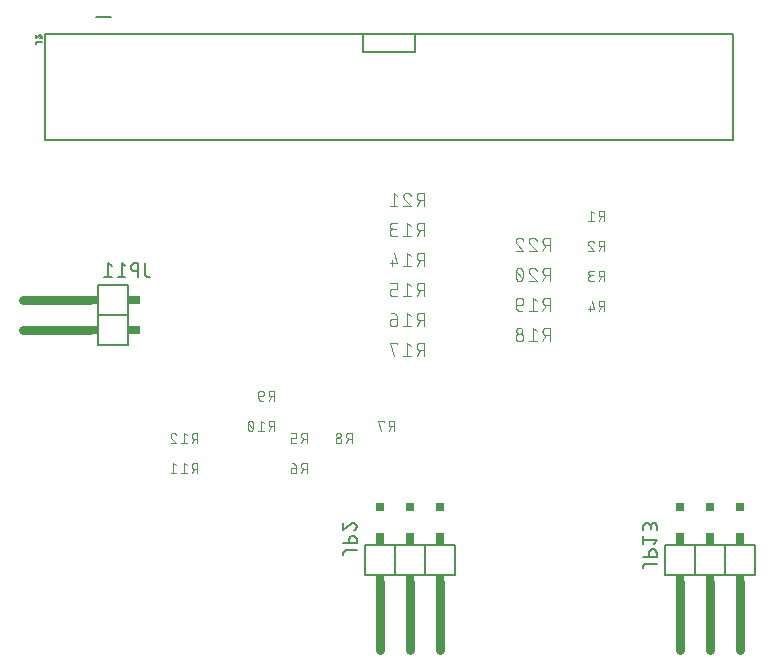
<source format=gbr>
G04 EAGLE Gerber RS-274X export*
G75*
%MOMM*%
%FSLAX34Y34*%
%LPD*%
%INSilkscreen Bottom*%
%IPPOS*%
%AMOC8*
5,1,8,0,0,1.08239X$1,22.5*%
G01*
%ADD10C,0.152400*%
%ADD11C,0.762000*%
%ADD12R,0.508000X0.762000*%
%ADD13R,1.016000X0.762000*%
%ADD14C,0.127000*%
%ADD15R,0.762000X0.508000*%
%ADD16R,0.762000X1.016000*%
%ADD17R,0.762000X0.762000*%
%ADD18C,0.203200*%
%ADD19C,0.101600*%


D10*
X104140Y327660D02*
X104140Y302260D01*
X78740Y302260D01*
X78740Y327660D01*
X104140Y327660D01*
D11*
X72390Y314960D02*
X15240Y314960D01*
D10*
X104140Y302260D02*
X104140Y276860D01*
X78740Y276860D01*
X78740Y302260D01*
D11*
X72390Y289560D02*
X15240Y289560D01*
D12*
X76200Y314960D03*
X76200Y289560D03*
D13*
X109220Y314960D03*
X109220Y289560D03*
D14*
X118745Y337185D02*
X118745Y346075D01*
X118745Y337185D02*
X118747Y337085D01*
X118753Y336986D01*
X118763Y336886D01*
X118776Y336788D01*
X118794Y336689D01*
X118815Y336592D01*
X118840Y336496D01*
X118869Y336400D01*
X118902Y336306D01*
X118938Y336213D01*
X118978Y336122D01*
X119022Y336032D01*
X119069Y335944D01*
X119119Y335858D01*
X119173Y335774D01*
X119230Y335692D01*
X119290Y335613D01*
X119354Y335535D01*
X119420Y335461D01*
X119489Y335389D01*
X119561Y335320D01*
X119635Y335254D01*
X119713Y335190D01*
X119792Y335130D01*
X119874Y335073D01*
X119958Y335019D01*
X120044Y334969D01*
X120132Y334922D01*
X120222Y334878D01*
X120313Y334838D01*
X120406Y334802D01*
X120500Y334769D01*
X120596Y334740D01*
X120692Y334715D01*
X120789Y334694D01*
X120888Y334676D01*
X120986Y334663D01*
X121086Y334653D01*
X121185Y334647D01*
X121285Y334645D01*
X122555Y334645D01*
X112765Y334645D02*
X112765Y346075D01*
X109590Y346075D01*
X109479Y346073D01*
X109369Y346067D01*
X109258Y346058D01*
X109148Y346044D01*
X109039Y346027D01*
X108930Y346006D01*
X108822Y345981D01*
X108715Y345952D01*
X108609Y345920D01*
X108504Y345884D01*
X108401Y345844D01*
X108299Y345801D01*
X108198Y345754D01*
X108099Y345703D01*
X108003Y345650D01*
X107908Y345593D01*
X107815Y345532D01*
X107724Y345469D01*
X107635Y345402D01*
X107549Y345332D01*
X107466Y345259D01*
X107384Y345184D01*
X107306Y345106D01*
X107231Y345024D01*
X107158Y344941D01*
X107088Y344855D01*
X107021Y344766D01*
X106958Y344675D01*
X106897Y344582D01*
X106840Y344488D01*
X106787Y344391D01*
X106736Y344292D01*
X106689Y344191D01*
X106646Y344089D01*
X106606Y343986D01*
X106570Y343881D01*
X106538Y343775D01*
X106509Y343668D01*
X106484Y343560D01*
X106463Y343451D01*
X106446Y343342D01*
X106432Y343232D01*
X106423Y343121D01*
X106417Y343011D01*
X106415Y342900D01*
X106417Y342789D01*
X106423Y342679D01*
X106432Y342568D01*
X106446Y342458D01*
X106463Y342349D01*
X106484Y342240D01*
X106509Y342132D01*
X106538Y342025D01*
X106570Y341919D01*
X106606Y341814D01*
X106646Y341711D01*
X106689Y341609D01*
X106736Y341508D01*
X106787Y341409D01*
X106840Y341313D01*
X106897Y341218D01*
X106958Y341125D01*
X107021Y341034D01*
X107088Y340945D01*
X107158Y340859D01*
X107231Y340776D01*
X107306Y340694D01*
X107384Y340616D01*
X107466Y340541D01*
X107549Y340468D01*
X107635Y340398D01*
X107724Y340331D01*
X107815Y340268D01*
X107908Y340207D01*
X108003Y340150D01*
X108099Y340097D01*
X108198Y340046D01*
X108299Y339999D01*
X108401Y339956D01*
X108504Y339916D01*
X108609Y339880D01*
X108715Y339848D01*
X108822Y339819D01*
X108930Y339794D01*
X109039Y339773D01*
X109148Y339756D01*
X109258Y339742D01*
X109369Y339733D01*
X109479Y339727D01*
X109590Y339725D01*
X112765Y339725D01*
X101906Y343535D02*
X98731Y346075D01*
X98731Y334645D01*
X101906Y334645D02*
X95556Y334645D01*
X90476Y343535D02*
X87301Y346075D01*
X87301Y334645D01*
X90476Y334645D02*
X84126Y334645D01*
D10*
X558800Y107950D02*
X584200Y107950D01*
X584200Y82550D01*
X558800Y82550D01*
X558800Y107950D01*
D11*
X571500Y76200D02*
X571500Y19050D01*
D10*
X584200Y107950D02*
X609600Y107950D01*
X609600Y82550D01*
X584200Y82550D01*
D11*
X596900Y76200D02*
X596900Y19050D01*
D10*
X609600Y107950D02*
X635000Y107950D01*
X635000Y82550D01*
X609600Y82550D01*
D11*
X622300Y76200D02*
X622300Y19050D01*
D15*
X571500Y80010D03*
X596900Y80010D03*
X622300Y80010D03*
D16*
X571500Y113030D03*
X596900Y113030D03*
D17*
X571500Y139700D03*
X596900Y139700D03*
D16*
X622300Y113030D03*
D17*
X622300Y139700D03*
D14*
X551815Y91746D02*
X542925Y91746D01*
X542825Y91744D01*
X542726Y91738D01*
X542626Y91728D01*
X542528Y91715D01*
X542429Y91697D01*
X542332Y91676D01*
X542236Y91651D01*
X542140Y91622D01*
X542046Y91589D01*
X541953Y91553D01*
X541862Y91513D01*
X541772Y91469D01*
X541684Y91422D01*
X541598Y91372D01*
X541514Y91318D01*
X541432Y91261D01*
X541353Y91201D01*
X541275Y91137D01*
X541201Y91071D01*
X541129Y91002D01*
X541060Y90930D01*
X540994Y90856D01*
X540930Y90778D01*
X540870Y90699D01*
X540813Y90617D01*
X540759Y90533D01*
X540709Y90447D01*
X540662Y90359D01*
X540618Y90269D01*
X540578Y90178D01*
X540542Y90085D01*
X540509Y89991D01*
X540480Y89895D01*
X540455Y89799D01*
X540434Y89702D01*
X540416Y89603D01*
X540403Y89505D01*
X540393Y89405D01*
X540387Y89306D01*
X540385Y89206D01*
X540385Y87936D01*
X540385Y97727D02*
X551815Y97727D01*
X551815Y100902D01*
X551813Y101013D01*
X551807Y101123D01*
X551798Y101234D01*
X551784Y101344D01*
X551767Y101453D01*
X551746Y101562D01*
X551721Y101670D01*
X551692Y101777D01*
X551660Y101883D01*
X551624Y101988D01*
X551584Y102091D01*
X551541Y102193D01*
X551494Y102294D01*
X551443Y102393D01*
X551390Y102490D01*
X551333Y102584D01*
X551272Y102677D01*
X551209Y102768D01*
X551142Y102857D01*
X551072Y102943D01*
X550999Y103026D01*
X550924Y103108D01*
X550846Y103186D01*
X550764Y103261D01*
X550681Y103334D01*
X550595Y103404D01*
X550506Y103471D01*
X550415Y103534D01*
X550322Y103595D01*
X550228Y103652D01*
X550131Y103705D01*
X550032Y103756D01*
X549931Y103803D01*
X549829Y103846D01*
X549726Y103886D01*
X549621Y103922D01*
X549515Y103954D01*
X549408Y103983D01*
X549300Y104008D01*
X549191Y104029D01*
X549082Y104046D01*
X548972Y104060D01*
X548861Y104069D01*
X548751Y104075D01*
X548640Y104077D01*
X548529Y104075D01*
X548419Y104069D01*
X548308Y104060D01*
X548198Y104046D01*
X548089Y104029D01*
X547980Y104008D01*
X547872Y103983D01*
X547765Y103954D01*
X547659Y103922D01*
X547554Y103886D01*
X547451Y103846D01*
X547349Y103803D01*
X547248Y103756D01*
X547149Y103705D01*
X547053Y103652D01*
X546958Y103595D01*
X546865Y103534D01*
X546774Y103471D01*
X546685Y103404D01*
X546599Y103334D01*
X546516Y103261D01*
X546434Y103186D01*
X546356Y103108D01*
X546281Y103026D01*
X546208Y102943D01*
X546138Y102857D01*
X546071Y102768D01*
X546008Y102677D01*
X545947Y102584D01*
X545890Y102489D01*
X545837Y102393D01*
X545786Y102294D01*
X545739Y102193D01*
X545696Y102091D01*
X545656Y101988D01*
X545620Y101883D01*
X545588Y101777D01*
X545559Y101670D01*
X545534Y101562D01*
X545513Y101453D01*
X545496Y101344D01*
X545482Y101234D01*
X545473Y101123D01*
X545467Y101013D01*
X545465Y100902D01*
X545465Y97727D01*
X549275Y108585D02*
X551815Y111760D01*
X540385Y111760D01*
X540385Y108585D02*
X540385Y114935D01*
X540385Y120015D02*
X540385Y123190D01*
X540387Y123301D01*
X540393Y123411D01*
X540402Y123522D01*
X540416Y123632D01*
X540433Y123741D01*
X540454Y123850D01*
X540479Y123958D01*
X540508Y124065D01*
X540540Y124171D01*
X540576Y124276D01*
X540616Y124379D01*
X540659Y124481D01*
X540706Y124582D01*
X540757Y124681D01*
X540810Y124777D01*
X540867Y124872D01*
X540928Y124965D01*
X540991Y125056D01*
X541058Y125145D01*
X541128Y125231D01*
X541201Y125314D01*
X541276Y125396D01*
X541354Y125474D01*
X541436Y125549D01*
X541519Y125622D01*
X541605Y125692D01*
X541694Y125759D01*
X541785Y125822D01*
X541878Y125883D01*
X541973Y125940D01*
X542069Y125993D01*
X542168Y126044D01*
X542269Y126091D01*
X542371Y126134D01*
X542474Y126174D01*
X542579Y126210D01*
X542685Y126242D01*
X542792Y126271D01*
X542900Y126296D01*
X543009Y126317D01*
X543118Y126334D01*
X543228Y126348D01*
X543339Y126357D01*
X543449Y126363D01*
X543560Y126365D01*
X543671Y126363D01*
X543781Y126357D01*
X543892Y126348D01*
X544002Y126334D01*
X544111Y126317D01*
X544220Y126296D01*
X544328Y126271D01*
X544435Y126242D01*
X544541Y126210D01*
X544646Y126174D01*
X544749Y126134D01*
X544851Y126091D01*
X544952Y126044D01*
X545051Y125993D01*
X545148Y125940D01*
X545242Y125883D01*
X545335Y125822D01*
X545426Y125759D01*
X545515Y125692D01*
X545601Y125622D01*
X545684Y125549D01*
X545766Y125474D01*
X545844Y125396D01*
X545919Y125314D01*
X545992Y125231D01*
X546062Y125145D01*
X546129Y125056D01*
X546192Y124965D01*
X546253Y124872D01*
X546310Y124778D01*
X546363Y124681D01*
X546414Y124582D01*
X546461Y124481D01*
X546504Y124379D01*
X546544Y124276D01*
X546580Y124171D01*
X546612Y124065D01*
X546641Y123958D01*
X546666Y123850D01*
X546687Y123741D01*
X546704Y123632D01*
X546718Y123522D01*
X546727Y123411D01*
X546733Y123301D01*
X546735Y123190D01*
X551815Y123825D02*
X551815Y120015D01*
X551815Y123825D02*
X551813Y123925D01*
X551807Y124024D01*
X551797Y124124D01*
X551784Y124222D01*
X551766Y124321D01*
X551745Y124418D01*
X551720Y124514D01*
X551691Y124610D01*
X551658Y124704D01*
X551622Y124797D01*
X551582Y124888D01*
X551538Y124978D01*
X551491Y125066D01*
X551441Y125152D01*
X551387Y125236D01*
X551330Y125318D01*
X551270Y125397D01*
X551206Y125475D01*
X551140Y125549D01*
X551071Y125621D01*
X550999Y125690D01*
X550925Y125756D01*
X550847Y125820D01*
X550768Y125880D01*
X550686Y125937D01*
X550602Y125991D01*
X550516Y126041D01*
X550428Y126088D01*
X550338Y126132D01*
X550247Y126172D01*
X550154Y126208D01*
X550060Y126241D01*
X549964Y126270D01*
X549868Y126295D01*
X549771Y126316D01*
X549672Y126334D01*
X549574Y126347D01*
X549474Y126357D01*
X549375Y126363D01*
X549275Y126365D01*
X549175Y126363D01*
X549076Y126357D01*
X548976Y126347D01*
X548878Y126334D01*
X548779Y126316D01*
X548682Y126295D01*
X548586Y126270D01*
X548490Y126241D01*
X548396Y126208D01*
X548303Y126172D01*
X548212Y126132D01*
X548122Y126088D01*
X548034Y126041D01*
X547948Y125991D01*
X547864Y125937D01*
X547782Y125880D01*
X547703Y125820D01*
X547625Y125756D01*
X547551Y125690D01*
X547479Y125621D01*
X547410Y125549D01*
X547344Y125475D01*
X547280Y125397D01*
X547220Y125318D01*
X547163Y125236D01*
X547109Y125152D01*
X547059Y125066D01*
X547012Y124978D01*
X546968Y124888D01*
X546928Y124797D01*
X546892Y124704D01*
X546859Y124610D01*
X546830Y124514D01*
X546805Y124418D01*
X546784Y124321D01*
X546766Y124222D01*
X546753Y124124D01*
X546743Y124024D01*
X546737Y123925D01*
X546735Y123825D01*
X546735Y121285D01*
D10*
X330200Y107950D02*
X304800Y107950D01*
X330200Y107950D02*
X330200Y82550D01*
X304800Y82550D01*
X304800Y107950D01*
D11*
X317500Y76200D02*
X317500Y19050D01*
D10*
X330200Y107950D02*
X355600Y107950D01*
X355600Y82550D01*
X330200Y82550D01*
D11*
X342900Y76200D02*
X342900Y19050D01*
D10*
X355600Y107950D02*
X381000Y107950D01*
X381000Y82550D01*
X355600Y82550D01*
D11*
X368300Y76200D02*
X368300Y19050D01*
D15*
X317500Y80010D03*
X342900Y80010D03*
X368300Y80010D03*
D16*
X317500Y113030D03*
X342900Y113030D03*
D17*
X317500Y139700D03*
X342900Y139700D03*
D16*
X368300Y113030D03*
D17*
X368300Y139700D03*
D14*
X297815Y103176D02*
X288925Y103176D01*
X288825Y103174D01*
X288726Y103168D01*
X288626Y103158D01*
X288528Y103145D01*
X288429Y103127D01*
X288332Y103106D01*
X288236Y103081D01*
X288140Y103052D01*
X288046Y103019D01*
X287953Y102983D01*
X287862Y102943D01*
X287772Y102899D01*
X287684Y102852D01*
X287598Y102802D01*
X287514Y102748D01*
X287432Y102691D01*
X287353Y102631D01*
X287275Y102567D01*
X287201Y102501D01*
X287129Y102432D01*
X287060Y102360D01*
X286994Y102286D01*
X286930Y102208D01*
X286870Y102129D01*
X286813Y102047D01*
X286759Y101963D01*
X286709Y101877D01*
X286662Y101789D01*
X286618Y101699D01*
X286578Y101608D01*
X286542Y101515D01*
X286509Y101421D01*
X286480Y101325D01*
X286455Y101229D01*
X286434Y101132D01*
X286416Y101033D01*
X286403Y100935D01*
X286393Y100835D01*
X286387Y100736D01*
X286385Y100636D01*
X286385Y99366D01*
X286385Y109157D02*
X297815Y109157D01*
X297815Y112332D01*
X297813Y112443D01*
X297807Y112553D01*
X297798Y112664D01*
X297784Y112774D01*
X297767Y112883D01*
X297746Y112992D01*
X297721Y113100D01*
X297692Y113207D01*
X297660Y113313D01*
X297624Y113418D01*
X297584Y113521D01*
X297541Y113623D01*
X297494Y113724D01*
X297443Y113823D01*
X297390Y113920D01*
X297333Y114014D01*
X297272Y114107D01*
X297209Y114198D01*
X297142Y114287D01*
X297072Y114373D01*
X296999Y114456D01*
X296924Y114538D01*
X296846Y114616D01*
X296764Y114691D01*
X296681Y114764D01*
X296595Y114834D01*
X296506Y114901D01*
X296415Y114964D01*
X296322Y115025D01*
X296228Y115082D01*
X296131Y115135D01*
X296032Y115186D01*
X295931Y115233D01*
X295829Y115276D01*
X295726Y115316D01*
X295621Y115352D01*
X295515Y115384D01*
X295408Y115413D01*
X295300Y115438D01*
X295191Y115459D01*
X295082Y115476D01*
X294972Y115490D01*
X294861Y115499D01*
X294751Y115505D01*
X294640Y115507D01*
X294529Y115505D01*
X294419Y115499D01*
X294308Y115490D01*
X294198Y115476D01*
X294089Y115459D01*
X293980Y115438D01*
X293872Y115413D01*
X293765Y115384D01*
X293659Y115352D01*
X293554Y115316D01*
X293451Y115276D01*
X293349Y115233D01*
X293248Y115186D01*
X293149Y115135D01*
X293053Y115082D01*
X292958Y115025D01*
X292865Y114964D01*
X292774Y114901D01*
X292685Y114834D01*
X292599Y114764D01*
X292516Y114691D01*
X292434Y114616D01*
X292356Y114538D01*
X292281Y114456D01*
X292208Y114373D01*
X292138Y114287D01*
X292071Y114198D01*
X292008Y114107D01*
X291947Y114014D01*
X291890Y113919D01*
X291837Y113823D01*
X291786Y113724D01*
X291739Y113623D01*
X291696Y113521D01*
X291656Y113418D01*
X291620Y113313D01*
X291588Y113207D01*
X291559Y113100D01*
X291534Y112992D01*
X291513Y112883D01*
X291496Y112774D01*
X291482Y112664D01*
X291473Y112553D01*
X291467Y112443D01*
X291465Y112332D01*
X291465Y109157D01*
X297816Y123508D02*
X297814Y123612D01*
X297808Y123717D01*
X297799Y123821D01*
X297786Y123924D01*
X297768Y124027D01*
X297748Y124129D01*
X297723Y124231D01*
X297695Y124331D01*
X297663Y124431D01*
X297627Y124529D01*
X297588Y124626D01*
X297546Y124721D01*
X297500Y124815D01*
X297450Y124907D01*
X297398Y124997D01*
X297342Y125085D01*
X297282Y125171D01*
X297220Y125255D01*
X297155Y125336D01*
X297087Y125415D01*
X297015Y125492D01*
X296942Y125565D01*
X296865Y125637D01*
X296786Y125705D01*
X296705Y125770D01*
X296621Y125832D01*
X296535Y125892D01*
X296447Y125948D01*
X296357Y126000D01*
X296265Y126050D01*
X296171Y126096D01*
X296076Y126138D01*
X295979Y126177D01*
X295881Y126213D01*
X295781Y126245D01*
X295681Y126273D01*
X295579Y126298D01*
X295477Y126318D01*
X295374Y126336D01*
X295271Y126349D01*
X295167Y126358D01*
X295062Y126364D01*
X294958Y126366D01*
X297815Y123508D02*
X297813Y123390D01*
X297807Y123271D01*
X297798Y123153D01*
X297785Y123036D01*
X297767Y122919D01*
X297747Y122802D01*
X297722Y122686D01*
X297694Y122571D01*
X297661Y122458D01*
X297626Y122345D01*
X297586Y122233D01*
X297544Y122123D01*
X297497Y122014D01*
X297447Y121906D01*
X297394Y121801D01*
X297337Y121697D01*
X297277Y121595D01*
X297214Y121495D01*
X297147Y121397D01*
X297078Y121301D01*
X297005Y121208D01*
X296929Y121117D01*
X296851Y121028D01*
X296769Y120942D01*
X296685Y120859D01*
X296599Y120778D01*
X296509Y120701D01*
X296418Y120626D01*
X296324Y120554D01*
X296227Y120485D01*
X296129Y120420D01*
X296028Y120357D01*
X295925Y120298D01*
X295821Y120242D01*
X295715Y120190D01*
X295607Y120141D01*
X295498Y120096D01*
X295387Y120054D01*
X295275Y120016D01*
X292736Y125413D02*
X292811Y125489D01*
X292890Y125564D01*
X292971Y125635D01*
X293055Y125704D01*
X293141Y125769D01*
X293229Y125831D01*
X293319Y125891D01*
X293411Y125947D01*
X293506Y126000D01*
X293602Y126049D01*
X293700Y126095D01*
X293799Y126138D01*
X293900Y126177D01*
X294002Y126212D01*
X294105Y126244D01*
X294209Y126272D01*
X294314Y126297D01*
X294421Y126318D01*
X294527Y126335D01*
X294634Y126348D01*
X294742Y126357D01*
X294850Y126363D01*
X294958Y126365D01*
X292735Y125413D02*
X286385Y120015D01*
X286385Y126365D01*
D18*
X90170Y554800D02*
X77470Y554800D01*
X33620Y450300D02*
X616620Y450300D01*
X616620Y540300D02*
X33620Y540300D01*
X33620Y451300D01*
X616620Y450300D02*
X616620Y540300D01*
X303120Y540300D02*
X303120Y525300D01*
X347120Y525300D02*
X347120Y540300D01*
X347120Y525300D02*
X303120Y525300D01*
D14*
X31115Y533486D02*
X27361Y533486D01*
X27296Y533484D01*
X27232Y533478D01*
X27168Y533468D01*
X27104Y533455D01*
X27042Y533437D01*
X26981Y533416D01*
X26921Y533392D01*
X26863Y533363D01*
X26806Y533331D01*
X26752Y533296D01*
X26700Y533258D01*
X26650Y533216D01*
X26603Y533172D01*
X26559Y533125D01*
X26517Y533075D01*
X26479Y533023D01*
X26444Y532969D01*
X26412Y532912D01*
X26383Y532854D01*
X26359Y532794D01*
X26338Y532733D01*
X26320Y532671D01*
X26307Y532607D01*
X26297Y532543D01*
X26291Y532479D01*
X26289Y532414D01*
X26289Y531877D01*
X31115Y537908D02*
X31113Y537976D01*
X31107Y538043D01*
X31098Y538110D01*
X31085Y538177D01*
X31068Y538242D01*
X31047Y538307D01*
X31023Y538370D01*
X30995Y538432D01*
X30964Y538492D01*
X30930Y538550D01*
X30892Y538606D01*
X30852Y538661D01*
X30808Y538712D01*
X30761Y538761D01*
X30712Y538808D01*
X30661Y538852D01*
X30606Y538892D01*
X30550Y538930D01*
X30492Y538964D01*
X30432Y538995D01*
X30370Y539023D01*
X30307Y539047D01*
X30242Y539068D01*
X30177Y539085D01*
X30110Y539098D01*
X30043Y539107D01*
X29976Y539113D01*
X29908Y539115D01*
X31115Y537908D02*
X31113Y537830D01*
X31107Y537752D01*
X31097Y537675D01*
X31084Y537598D01*
X31066Y537522D01*
X31045Y537447D01*
X31020Y537373D01*
X30991Y537301D01*
X30959Y537230D01*
X30923Y537161D01*
X30884Y537093D01*
X30841Y537028D01*
X30795Y536965D01*
X30746Y536904D01*
X30694Y536846D01*
X30639Y536791D01*
X30582Y536738D01*
X30522Y536689D01*
X30459Y536642D01*
X30394Y536599D01*
X30328Y536559D01*
X30259Y536522D01*
X30188Y536489D01*
X30116Y536459D01*
X30043Y536433D01*
X28970Y538713D02*
X29019Y538762D01*
X29071Y538809D01*
X29126Y538852D01*
X29183Y538893D01*
X29242Y538931D01*
X29303Y538965D01*
X29366Y538996D01*
X29430Y539024D01*
X29496Y539048D01*
X29562Y539068D01*
X29630Y539085D01*
X29699Y539098D01*
X29768Y539107D01*
X29838Y539113D01*
X29908Y539115D01*
X28970Y538713D02*
X26289Y536434D01*
X26289Y539115D01*
D19*
X507492Y390652D02*
X507492Y381762D01*
X507492Y390652D02*
X505023Y390652D01*
X504925Y390650D01*
X504827Y390644D01*
X504729Y390634D01*
X504632Y390621D01*
X504535Y390603D01*
X504439Y390582D01*
X504345Y390557D01*
X504251Y390528D01*
X504158Y390496D01*
X504067Y390459D01*
X503977Y390420D01*
X503889Y390376D01*
X503803Y390329D01*
X503718Y390279D01*
X503636Y390226D01*
X503556Y390169D01*
X503478Y390109D01*
X503403Y390046D01*
X503330Y389980D01*
X503260Y389911D01*
X503193Y389840D01*
X503128Y389766D01*
X503067Y389689D01*
X503008Y389610D01*
X502953Y389529D01*
X502901Y389446D01*
X502853Y389360D01*
X502808Y389273D01*
X502766Y389184D01*
X502728Y389094D01*
X502694Y389002D01*
X502663Y388909D01*
X502636Y388814D01*
X502613Y388719D01*
X502593Y388622D01*
X502578Y388526D01*
X502566Y388428D01*
X502558Y388330D01*
X502554Y388232D01*
X502554Y388134D01*
X502558Y388036D01*
X502566Y387938D01*
X502578Y387840D01*
X502593Y387744D01*
X502613Y387647D01*
X502636Y387552D01*
X502663Y387457D01*
X502694Y387364D01*
X502728Y387272D01*
X502766Y387182D01*
X502808Y387093D01*
X502853Y387006D01*
X502901Y386920D01*
X502953Y386837D01*
X503008Y386756D01*
X503067Y386677D01*
X503128Y386600D01*
X503193Y386526D01*
X503260Y386455D01*
X503330Y386386D01*
X503403Y386320D01*
X503478Y386257D01*
X503556Y386197D01*
X503636Y386140D01*
X503718Y386087D01*
X503803Y386037D01*
X503889Y385990D01*
X503977Y385946D01*
X504067Y385907D01*
X504158Y385870D01*
X504251Y385838D01*
X504345Y385809D01*
X504439Y385784D01*
X504535Y385763D01*
X504632Y385745D01*
X504729Y385732D01*
X504827Y385722D01*
X504925Y385716D01*
X505023Y385714D01*
X505023Y385713D02*
X507492Y385713D01*
X504529Y385713D02*
X502553Y381762D01*
X498642Y388676D02*
X496173Y390652D01*
X496173Y381762D01*
X498642Y381762D02*
X493703Y381762D01*
X507492Y365252D02*
X507492Y356362D01*
X507492Y365252D02*
X505023Y365252D01*
X504925Y365250D01*
X504827Y365244D01*
X504729Y365234D01*
X504632Y365221D01*
X504535Y365203D01*
X504439Y365182D01*
X504345Y365157D01*
X504251Y365128D01*
X504158Y365096D01*
X504067Y365059D01*
X503977Y365020D01*
X503889Y364976D01*
X503803Y364929D01*
X503718Y364879D01*
X503636Y364826D01*
X503556Y364769D01*
X503478Y364709D01*
X503403Y364646D01*
X503330Y364580D01*
X503260Y364511D01*
X503193Y364440D01*
X503128Y364366D01*
X503067Y364289D01*
X503008Y364210D01*
X502953Y364129D01*
X502901Y364046D01*
X502853Y363960D01*
X502808Y363873D01*
X502766Y363784D01*
X502728Y363694D01*
X502694Y363602D01*
X502663Y363509D01*
X502636Y363414D01*
X502613Y363319D01*
X502593Y363222D01*
X502578Y363126D01*
X502566Y363028D01*
X502558Y362930D01*
X502554Y362832D01*
X502554Y362734D01*
X502558Y362636D01*
X502566Y362538D01*
X502578Y362440D01*
X502593Y362344D01*
X502613Y362247D01*
X502636Y362152D01*
X502663Y362057D01*
X502694Y361964D01*
X502728Y361872D01*
X502766Y361782D01*
X502808Y361693D01*
X502853Y361606D01*
X502901Y361520D01*
X502953Y361437D01*
X503008Y361356D01*
X503067Y361277D01*
X503128Y361200D01*
X503193Y361126D01*
X503260Y361055D01*
X503330Y360986D01*
X503403Y360920D01*
X503478Y360857D01*
X503556Y360797D01*
X503636Y360740D01*
X503718Y360687D01*
X503803Y360637D01*
X503889Y360590D01*
X503977Y360546D01*
X504067Y360507D01*
X504158Y360470D01*
X504251Y360438D01*
X504345Y360409D01*
X504439Y360384D01*
X504535Y360363D01*
X504632Y360345D01*
X504729Y360332D01*
X504827Y360322D01*
X504925Y360316D01*
X505023Y360314D01*
X505023Y360313D02*
X507492Y360313D01*
X504529Y360313D02*
X502553Y356362D01*
X493703Y363030D02*
X493705Y363122D01*
X493711Y363214D01*
X493720Y363305D01*
X493733Y363396D01*
X493750Y363486D01*
X493771Y363576D01*
X493795Y363664D01*
X493823Y363752D01*
X493855Y363838D01*
X493890Y363923D01*
X493929Y364006D01*
X493971Y364088D01*
X494016Y364168D01*
X494065Y364246D01*
X494117Y364322D01*
X494172Y364395D01*
X494230Y364467D01*
X494290Y364536D01*
X494354Y364602D01*
X494420Y364666D01*
X494489Y364726D01*
X494561Y364784D01*
X494634Y364839D01*
X494710Y364891D01*
X494788Y364940D01*
X494868Y364985D01*
X494950Y365027D01*
X495033Y365066D01*
X495118Y365101D01*
X495204Y365133D01*
X495292Y365161D01*
X495380Y365185D01*
X495470Y365206D01*
X495560Y365223D01*
X495651Y365236D01*
X495742Y365245D01*
X495834Y365251D01*
X495926Y365253D01*
X495926Y365252D02*
X496032Y365250D01*
X496137Y365244D01*
X496242Y365234D01*
X496347Y365221D01*
X496451Y365203D01*
X496554Y365182D01*
X496657Y365157D01*
X496759Y365128D01*
X496859Y365095D01*
X496958Y365059D01*
X497056Y365019D01*
X497152Y364975D01*
X497247Y364928D01*
X497339Y364878D01*
X497430Y364824D01*
X497519Y364766D01*
X497605Y364706D01*
X497689Y364642D01*
X497771Y364576D01*
X497851Y364506D01*
X497927Y364433D01*
X498001Y364358D01*
X498072Y364280D01*
X498140Y364199D01*
X498206Y364116D01*
X498268Y364030D01*
X498326Y363943D01*
X498382Y363853D01*
X498434Y363761D01*
X498483Y363667D01*
X498528Y363572D01*
X498570Y363475D01*
X498608Y363376D01*
X498642Y363277D01*
X494444Y361301D02*
X494375Y361370D01*
X494309Y361440D01*
X494246Y361514D01*
X494187Y361590D01*
X494130Y361668D01*
X494076Y361748D01*
X494026Y361831D01*
X493979Y361915D01*
X493936Y362002D01*
X493896Y362090D01*
X493860Y362179D01*
X493827Y362270D01*
X493798Y362362D01*
X493773Y362456D01*
X493752Y362550D01*
X493734Y362645D01*
X493721Y362741D01*
X493711Y362837D01*
X493705Y362933D01*
X493703Y363030D01*
X494444Y361301D02*
X498642Y356362D01*
X493703Y356362D01*
X507492Y339852D02*
X507492Y330962D01*
X507492Y339852D02*
X505023Y339852D01*
X504925Y339850D01*
X504827Y339844D01*
X504729Y339834D01*
X504632Y339821D01*
X504535Y339803D01*
X504439Y339782D01*
X504345Y339757D01*
X504251Y339728D01*
X504158Y339696D01*
X504067Y339659D01*
X503977Y339620D01*
X503889Y339576D01*
X503803Y339529D01*
X503718Y339479D01*
X503636Y339426D01*
X503556Y339369D01*
X503478Y339309D01*
X503403Y339246D01*
X503330Y339180D01*
X503260Y339111D01*
X503193Y339040D01*
X503128Y338966D01*
X503067Y338889D01*
X503008Y338810D01*
X502953Y338729D01*
X502901Y338646D01*
X502853Y338560D01*
X502808Y338473D01*
X502766Y338384D01*
X502728Y338294D01*
X502694Y338202D01*
X502663Y338109D01*
X502636Y338014D01*
X502613Y337919D01*
X502593Y337822D01*
X502578Y337726D01*
X502566Y337628D01*
X502558Y337530D01*
X502554Y337432D01*
X502554Y337334D01*
X502558Y337236D01*
X502566Y337138D01*
X502578Y337040D01*
X502593Y336944D01*
X502613Y336847D01*
X502636Y336752D01*
X502663Y336657D01*
X502694Y336564D01*
X502728Y336472D01*
X502766Y336382D01*
X502808Y336293D01*
X502853Y336206D01*
X502901Y336120D01*
X502953Y336037D01*
X503008Y335956D01*
X503067Y335877D01*
X503128Y335800D01*
X503193Y335726D01*
X503260Y335655D01*
X503330Y335586D01*
X503403Y335520D01*
X503478Y335457D01*
X503556Y335397D01*
X503636Y335340D01*
X503718Y335287D01*
X503803Y335237D01*
X503889Y335190D01*
X503977Y335146D01*
X504067Y335107D01*
X504158Y335070D01*
X504251Y335038D01*
X504345Y335009D01*
X504439Y334984D01*
X504535Y334963D01*
X504632Y334945D01*
X504729Y334932D01*
X504827Y334922D01*
X504925Y334916D01*
X505023Y334914D01*
X505023Y334913D02*
X507492Y334913D01*
X504529Y334913D02*
X502553Y330962D01*
X498642Y330962D02*
X496173Y330962D01*
X496075Y330964D01*
X495977Y330970D01*
X495879Y330980D01*
X495782Y330993D01*
X495685Y331011D01*
X495589Y331032D01*
X495495Y331057D01*
X495401Y331086D01*
X495308Y331118D01*
X495217Y331155D01*
X495127Y331194D01*
X495039Y331238D01*
X494953Y331285D01*
X494868Y331335D01*
X494786Y331388D01*
X494706Y331445D01*
X494628Y331505D01*
X494553Y331568D01*
X494480Y331634D01*
X494410Y331703D01*
X494343Y331774D01*
X494278Y331848D01*
X494217Y331925D01*
X494158Y332004D01*
X494103Y332085D01*
X494051Y332168D01*
X494003Y332254D01*
X493958Y332341D01*
X493916Y332430D01*
X493878Y332520D01*
X493844Y332612D01*
X493813Y332705D01*
X493786Y332800D01*
X493763Y332895D01*
X493743Y332992D01*
X493728Y333088D01*
X493716Y333186D01*
X493708Y333284D01*
X493704Y333382D01*
X493704Y333480D01*
X493708Y333578D01*
X493716Y333676D01*
X493728Y333774D01*
X493743Y333870D01*
X493763Y333967D01*
X493786Y334062D01*
X493813Y334157D01*
X493844Y334250D01*
X493878Y334342D01*
X493916Y334432D01*
X493958Y334521D01*
X494003Y334608D01*
X494051Y334694D01*
X494103Y334777D01*
X494158Y334858D01*
X494217Y334937D01*
X494278Y335014D01*
X494343Y335088D01*
X494410Y335159D01*
X494480Y335228D01*
X494553Y335294D01*
X494628Y335357D01*
X494706Y335417D01*
X494786Y335474D01*
X494868Y335527D01*
X494953Y335577D01*
X495039Y335624D01*
X495127Y335668D01*
X495217Y335707D01*
X495308Y335744D01*
X495401Y335776D01*
X495495Y335805D01*
X495589Y335830D01*
X495685Y335851D01*
X495782Y335869D01*
X495879Y335882D01*
X495977Y335892D01*
X496075Y335898D01*
X496173Y335900D01*
X495679Y339852D02*
X498642Y339852D01*
X495679Y339852D02*
X495592Y339850D01*
X495504Y339844D01*
X495417Y339835D01*
X495331Y339821D01*
X495245Y339804D01*
X495161Y339783D01*
X495077Y339758D01*
X494994Y339729D01*
X494913Y339697D01*
X494833Y339662D01*
X494755Y339623D01*
X494678Y339580D01*
X494604Y339534D01*
X494532Y339485D01*
X494462Y339433D01*
X494394Y339377D01*
X494329Y339319D01*
X494266Y339258D01*
X494207Y339194D01*
X494150Y339127D01*
X494096Y339059D01*
X494045Y338987D01*
X493998Y338914D01*
X493953Y338839D01*
X493912Y338761D01*
X493875Y338682D01*
X493841Y338602D01*
X493811Y338520D01*
X493784Y338437D01*
X493761Y338352D01*
X493742Y338267D01*
X493727Y338181D01*
X493715Y338094D01*
X493707Y338007D01*
X493703Y337920D01*
X493703Y337832D01*
X493707Y337745D01*
X493715Y337658D01*
X493727Y337571D01*
X493742Y337485D01*
X493761Y337400D01*
X493784Y337315D01*
X493811Y337232D01*
X493841Y337150D01*
X493875Y337070D01*
X493912Y336991D01*
X493953Y336913D01*
X493998Y336838D01*
X494045Y336765D01*
X494096Y336693D01*
X494150Y336625D01*
X494207Y336558D01*
X494266Y336494D01*
X494329Y336433D01*
X494394Y336375D01*
X494462Y336319D01*
X494532Y336267D01*
X494604Y336218D01*
X494678Y336172D01*
X494755Y336129D01*
X494833Y336090D01*
X494913Y336055D01*
X494994Y336023D01*
X495077Y335994D01*
X495161Y335969D01*
X495245Y335948D01*
X495331Y335931D01*
X495417Y335917D01*
X495504Y335908D01*
X495592Y335902D01*
X495679Y335900D01*
X495679Y335901D02*
X497654Y335901D01*
X507492Y314452D02*
X507492Y305562D01*
X507492Y314452D02*
X505023Y314452D01*
X504925Y314450D01*
X504827Y314444D01*
X504729Y314434D01*
X504632Y314421D01*
X504535Y314403D01*
X504439Y314382D01*
X504345Y314357D01*
X504251Y314328D01*
X504158Y314296D01*
X504067Y314259D01*
X503977Y314220D01*
X503889Y314176D01*
X503803Y314129D01*
X503718Y314079D01*
X503636Y314026D01*
X503556Y313969D01*
X503478Y313909D01*
X503403Y313846D01*
X503330Y313780D01*
X503260Y313711D01*
X503193Y313640D01*
X503128Y313566D01*
X503067Y313489D01*
X503008Y313410D01*
X502953Y313329D01*
X502901Y313246D01*
X502853Y313160D01*
X502808Y313073D01*
X502766Y312984D01*
X502728Y312894D01*
X502694Y312802D01*
X502663Y312709D01*
X502636Y312614D01*
X502613Y312519D01*
X502593Y312422D01*
X502578Y312326D01*
X502566Y312228D01*
X502558Y312130D01*
X502554Y312032D01*
X502554Y311934D01*
X502558Y311836D01*
X502566Y311738D01*
X502578Y311640D01*
X502593Y311544D01*
X502613Y311447D01*
X502636Y311352D01*
X502663Y311257D01*
X502694Y311164D01*
X502728Y311072D01*
X502766Y310982D01*
X502808Y310893D01*
X502853Y310806D01*
X502901Y310720D01*
X502953Y310637D01*
X503008Y310556D01*
X503067Y310477D01*
X503128Y310400D01*
X503193Y310326D01*
X503260Y310255D01*
X503330Y310186D01*
X503403Y310120D01*
X503478Y310057D01*
X503556Y309997D01*
X503636Y309940D01*
X503718Y309887D01*
X503803Y309837D01*
X503889Y309790D01*
X503977Y309746D01*
X504067Y309707D01*
X504158Y309670D01*
X504251Y309638D01*
X504345Y309609D01*
X504439Y309584D01*
X504535Y309563D01*
X504632Y309545D01*
X504729Y309532D01*
X504827Y309522D01*
X504925Y309516D01*
X505023Y309514D01*
X505023Y309513D02*
X507492Y309513D01*
X504529Y309513D02*
X502553Y305562D01*
X498642Y307538D02*
X496667Y314452D01*
X498642Y307538D02*
X493703Y307538D01*
X495185Y309513D02*
X495185Y305562D01*
X255597Y202438D02*
X255597Y193548D01*
X255597Y202438D02*
X253127Y202438D01*
X253029Y202436D01*
X252931Y202430D01*
X252833Y202420D01*
X252736Y202407D01*
X252639Y202389D01*
X252543Y202368D01*
X252449Y202343D01*
X252355Y202314D01*
X252262Y202282D01*
X252171Y202245D01*
X252081Y202206D01*
X251993Y202162D01*
X251907Y202115D01*
X251822Y202065D01*
X251740Y202012D01*
X251660Y201955D01*
X251582Y201895D01*
X251507Y201832D01*
X251434Y201766D01*
X251364Y201697D01*
X251297Y201626D01*
X251232Y201552D01*
X251171Y201475D01*
X251112Y201396D01*
X251057Y201315D01*
X251005Y201232D01*
X250957Y201146D01*
X250912Y201059D01*
X250870Y200970D01*
X250832Y200880D01*
X250798Y200788D01*
X250767Y200695D01*
X250740Y200600D01*
X250717Y200505D01*
X250697Y200408D01*
X250682Y200312D01*
X250670Y200214D01*
X250662Y200116D01*
X250658Y200018D01*
X250658Y199920D01*
X250662Y199822D01*
X250670Y199724D01*
X250682Y199626D01*
X250697Y199530D01*
X250717Y199433D01*
X250740Y199338D01*
X250767Y199243D01*
X250798Y199150D01*
X250832Y199058D01*
X250870Y198968D01*
X250912Y198879D01*
X250957Y198792D01*
X251005Y198706D01*
X251057Y198623D01*
X251112Y198542D01*
X251171Y198463D01*
X251232Y198386D01*
X251297Y198312D01*
X251364Y198241D01*
X251434Y198172D01*
X251507Y198106D01*
X251582Y198043D01*
X251660Y197983D01*
X251740Y197926D01*
X251822Y197873D01*
X251907Y197823D01*
X251993Y197776D01*
X252081Y197732D01*
X252171Y197693D01*
X252262Y197656D01*
X252355Y197624D01*
X252449Y197595D01*
X252543Y197570D01*
X252639Y197549D01*
X252736Y197531D01*
X252833Y197518D01*
X252931Y197508D01*
X253029Y197502D01*
X253127Y197500D01*
X253127Y197499D02*
X255597Y197499D01*
X252633Y197499D02*
X250658Y193548D01*
X246747Y193548D02*
X243784Y193548D01*
X243695Y193550D01*
X243607Y193556D01*
X243519Y193566D01*
X243431Y193580D01*
X243344Y193598D01*
X243258Y193619D01*
X243173Y193645D01*
X243090Y193674D01*
X243007Y193707D01*
X242927Y193744D01*
X242848Y193784D01*
X242771Y193828D01*
X242695Y193875D01*
X242623Y193925D01*
X242552Y193979D01*
X242484Y194036D01*
X242418Y194096D01*
X242356Y194158D01*
X242296Y194224D01*
X242239Y194292D01*
X242185Y194363D01*
X242135Y194435D01*
X242088Y194510D01*
X242044Y194588D01*
X242004Y194667D01*
X241967Y194747D01*
X241934Y194830D01*
X241905Y194913D01*
X241879Y194998D01*
X241858Y195084D01*
X241840Y195171D01*
X241826Y195259D01*
X241816Y195347D01*
X241810Y195435D01*
X241808Y195524D01*
X241808Y196511D01*
X241810Y196597D01*
X241816Y196683D01*
X241825Y196769D01*
X241838Y196854D01*
X241855Y196939D01*
X241875Y197022D01*
X241899Y197105D01*
X241927Y197187D01*
X241958Y197267D01*
X241993Y197346D01*
X242031Y197423D01*
X242073Y197499D01*
X242117Y197573D01*
X242165Y197644D01*
X242216Y197714D01*
X242270Y197781D01*
X242327Y197846D01*
X242387Y197908D01*
X242449Y197968D01*
X242514Y198025D01*
X242581Y198079D01*
X242651Y198130D01*
X242722Y198178D01*
X242796Y198222D01*
X242872Y198264D01*
X242949Y198302D01*
X243028Y198337D01*
X243108Y198368D01*
X243190Y198396D01*
X243273Y198420D01*
X243356Y198440D01*
X243441Y198457D01*
X243526Y198470D01*
X243612Y198479D01*
X243698Y198485D01*
X243784Y198487D01*
X246747Y198487D01*
X246747Y202438D01*
X241808Y202438D01*
X255597Y177038D02*
X255597Y168148D01*
X255597Y177038D02*
X253127Y177038D01*
X253029Y177036D01*
X252931Y177030D01*
X252833Y177020D01*
X252736Y177007D01*
X252639Y176989D01*
X252543Y176968D01*
X252449Y176943D01*
X252355Y176914D01*
X252262Y176882D01*
X252171Y176845D01*
X252081Y176806D01*
X251993Y176762D01*
X251907Y176715D01*
X251822Y176665D01*
X251740Y176612D01*
X251660Y176555D01*
X251582Y176495D01*
X251507Y176432D01*
X251434Y176366D01*
X251364Y176297D01*
X251297Y176226D01*
X251232Y176152D01*
X251171Y176075D01*
X251112Y175996D01*
X251057Y175915D01*
X251005Y175832D01*
X250957Y175746D01*
X250912Y175659D01*
X250870Y175570D01*
X250832Y175480D01*
X250798Y175388D01*
X250767Y175295D01*
X250740Y175200D01*
X250717Y175105D01*
X250697Y175008D01*
X250682Y174912D01*
X250670Y174814D01*
X250662Y174716D01*
X250658Y174618D01*
X250658Y174520D01*
X250662Y174422D01*
X250670Y174324D01*
X250682Y174226D01*
X250697Y174130D01*
X250717Y174033D01*
X250740Y173938D01*
X250767Y173843D01*
X250798Y173750D01*
X250832Y173658D01*
X250870Y173568D01*
X250912Y173479D01*
X250957Y173392D01*
X251005Y173306D01*
X251057Y173223D01*
X251112Y173142D01*
X251171Y173063D01*
X251232Y172986D01*
X251297Y172912D01*
X251364Y172841D01*
X251434Y172772D01*
X251507Y172706D01*
X251582Y172643D01*
X251660Y172583D01*
X251740Y172526D01*
X251822Y172473D01*
X251907Y172423D01*
X251993Y172376D01*
X252081Y172332D01*
X252171Y172293D01*
X252262Y172256D01*
X252355Y172224D01*
X252449Y172195D01*
X252543Y172170D01*
X252639Y172149D01*
X252736Y172131D01*
X252833Y172118D01*
X252931Y172108D01*
X253029Y172102D01*
X253127Y172100D01*
X253127Y172099D02*
X255597Y172099D01*
X252633Y172099D02*
X250658Y168148D01*
X246747Y173087D02*
X243784Y173087D01*
X243698Y173085D01*
X243612Y173079D01*
X243526Y173070D01*
X243441Y173057D01*
X243356Y173040D01*
X243273Y173020D01*
X243190Y172996D01*
X243108Y172968D01*
X243028Y172937D01*
X242949Y172902D01*
X242872Y172864D01*
X242796Y172822D01*
X242722Y172778D01*
X242651Y172730D01*
X242581Y172679D01*
X242514Y172625D01*
X242449Y172568D01*
X242387Y172508D01*
X242327Y172446D01*
X242270Y172381D01*
X242216Y172314D01*
X242165Y172244D01*
X242117Y172173D01*
X242073Y172099D01*
X242031Y172023D01*
X241993Y171946D01*
X241958Y171867D01*
X241927Y171787D01*
X241899Y171705D01*
X241875Y171622D01*
X241855Y171539D01*
X241838Y171454D01*
X241825Y171369D01*
X241816Y171283D01*
X241810Y171197D01*
X241808Y171111D01*
X241808Y170617D01*
X241810Y170519D01*
X241816Y170421D01*
X241826Y170323D01*
X241839Y170226D01*
X241857Y170129D01*
X241878Y170033D01*
X241903Y169939D01*
X241932Y169845D01*
X241964Y169752D01*
X242001Y169661D01*
X242040Y169571D01*
X242084Y169483D01*
X242131Y169397D01*
X242181Y169312D01*
X242234Y169230D01*
X242291Y169150D01*
X242351Y169072D01*
X242414Y168997D01*
X242480Y168924D01*
X242549Y168854D01*
X242620Y168787D01*
X242694Y168722D01*
X242771Y168661D01*
X242850Y168602D01*
X242931Y168547D01*
X243014Y168495D01*
X243100Y168447D01*
X243187Y168402D01*
X243276Y168360D01*
X243366Y168322D01*
X243458Y168288D01*
X243551Y168257D01*
X243646Y168230D01*
X243741Y168207D01*
X243838Y168187D01*
X243934Y168172D01*
X244032Y168160D01*
X244130Y168152D01*
X244228Y168148D01*
X244326Y168148D01*
X244424Y168152D01*
X244522Y168160D01*
X244620Y168172D01*
X244716Y168187D01*
X244813Y168207D01*
X244908Y168230D01*
X245003Y168257D01*
X245096Y168288D01*
X245188Y168322D01*
X245278Y168360D01*
X245367Y168402D01*
X245454Y168447D01*
X245540Y168495D01*
X245623Y168547D01*
X245704Y168602D01*
X245783Y168661D01*
X245860Y168722D01*
X245934Y168787D01*
X246005Y168854D01*
X246074Y168924D01*
X246140Y168997D01*
X246203Y169072D01*
X246263Y169150D01*
X246320Y169230D01*
X246373Y169312D01*
X246423Y169397D01*
X246470Y169483D01*
X246514Y169571D01*
X246553Y169661D01*
X246590Y169752D01*
X246622Y169845D01*
X246651Y169939D01*
X246676Y170033D01*
X246697Y170129D01*
X246715Y170226D01*
X246728Y170323D01*
X246738Y170421D01*
X246744Y170519D01*
X246746Y170617D01*
X246747Y170617D02*
X246747Y173087D01*
X246745Y173211D01*
X246739Y173335D01*
X246729Y173459D01*
X246716Y173582D01*
X246698Y173705D01*
X246677Y173827D01*
X246652Y173949D01*
X246623Y174070D01*
X246590Y174189D01*
X246554Y174308D01*
X246513Y174425D01*
X246470Y174541D01*
X246422Y174656D01*
X246371Y174769D01*
X246316Y174881D01*
X246258Y174990D01*
X246197Y175098D01*
X246132Y175204D01*
X246064Y175308D01*
X245992Y175409D01*
X245918Y175509D01*
X245840Y175605D01*
X245760Y175700D01*
X245676Y175792D01*
X245590Y175881D01*
X245501Y175967D01*
X245409Y176051D01*
X245314Y176131D01*
X245218Y176209D01*
X245118Y176283D01*
X245017Y176355D01*
X244913Y176423D01*
X244807Y176488D01*
X244699Y176549D01*
X244590Y176607D01*
X244478Y176662D01*
X244365Y176713D01*
X244251Y176761D01*
X244134Y176804D01*
X244017Y176845D01*
X243898Y176881D01*
X243779Y176914D01*
X243658Y176943D01*
X243536Y176968D01*
X243414Y176989D01*
X243291Y177007D01*
X243168Y177020D01*
X243044Y177030D01*
X242920Y177036D01*
X242796Y177038D01*
X329692Y203962D02*
X329692Y212852D01*
X327223Y212852D01*
X327125Y212850D01*
X327027Y212844D01*
X326929Y212834D01*
X326832Y212821D01*
X326735Y212803D01*
X326639Y212782D01*
X326545Y212757D01*
X326451Y212728D01*
X326358Y212696D01*
X326267Y212659D01*
X326177Y212620D01*
X326089Y212576D01*
X326003Y212529D01*
X325918Y212479D01*
X325836Y212426D01*
X325756Y212369D01*
X325678Y212309D01*
X325603Y212246D01*
X325530Y212180D01*
X325460Y212111D01*
X325393Y212040D01*
X325328Y211966D01*
X325267Y211889D01*
X325208Y211810D01*
X325153Y211729D01*
X325101Y211646D01*
X325053Y211560D01*
X325008Y211473D01*
X324966Y211384D01*
X324928Y211294D01*
X324894Y211202D01*
X324863Y211109D01*
X324836Y211014D01*
X324813Y210919D01*
X324793Y210822D01*
X324778Y210726D01*
X324766Y210628D01*
X324758Y210530D01*
X324754Y210432D01*
X324754Y210334D01*
X324758Y210236D01*
X324766Y210138D01*
X324778Y210040D01*
X324793Y209944D01*
X324813Y209847D01*
X324836Y209752D01*
X324863Y209657D01*
X324894Y209564D01*
X324928Y209472D01*
X324966Y209382D01*
X325008Y209293D01*
X325053Y209206D01*
X325101Y209120D01*
X325153Y209037D01*
X325208Y208956D01*
X325267Y208877D01*
X325328Y208800D01*
X325393Y208726D01*
X325460Y208655D01*
X325530Y208586D01*
X325603Y208520D01*
X325678Y208457D01*
X325756Y208397D01*
X325836Y208340D01*
X325918Y208287D01*
X326003Y208237D01*
X326089Y208190D01*
X326177Y208146D01*
X326267Y208107D01*
X326358Y208070D01*
X326451Y208038D01*
X326545Y208009D01*
X326639Y207984D01*
X326735Y207963D01*
X326832Y207945D01*
X326929Y207932D01*
X327027Y207922D01*
X327125Y207916D01*
X327223Y207914D01*
X327223Y207913D02*
X329692Y207913D01*
X326729Y207913D02*
X324753Y203962D01*
X320842Y211864D02*
X320842Y212852D01*
X315903Y212852D01*
X318373Y203962D01*
X293697Y202438D02*
X293697Y193548D01*
X293697Y202438D02*
X291227Y202438D01*
X291129Y202436D01*
X291031Y202430D01*
X290933Y202420D01*
X290836Y202407D01*
X290739Y202389D01*
X290643Y202368D01*
X290549Y202343D01*
X290455Y202314D01*
X290362Y202282D01*
X290271Y202245D01*
X290181Y202206D01*
X290093Y202162D01*
X290007Y202115D01*
X289922Y202065D01*
X289840Y202012D01*
X289760Y201955D01*
X289682Y201895D01*
X289607Y201832D01*
X289534Y201766D01*
X289464Y201697D01*
X289397Y201626D01*
X289332Y201552D01*
X289271Y201475D01*
X289212Y201396D01*
X289157Y201315D01*
X289105Y201232D01*
X289057Y201146D01*
X289012Y201059D01*
X288970Y200970D01*
X288932Y200880D01*
X288898Y200788D01*
X288867Y200695D01*
X288840Y200600D01*
X288817Y200505D01*
X288797Y200408D01*
X288782Y200312D01*
X288770Y200214D01*
X288762Y200116D01*
X288758Y200018D01*
X288758Y199920D01*
X288762Y199822D01*
X288770Y199724D01*
X288782Y199626D01*
X288797Y199530D01*
X288817Y199433D01*
X288840Y199338D01*
X288867Y199243D01*
X288898Y199150D01*
X288932Y199058D01*
X288970Y198968D01*
X289012Y198879D01*
X289057Y198792D01*
X289105Y198706D01*
X289157Y198623D01*
X289212Y198542D01*
X289271Y198463D01*
X289332Y198386D01*
X289397Y198312D01*
X289464Y198241D01*
X289534Y198172D01*
X289607Y198106D01*
X289682Y198043D01*
X289760Y197983D01*
X289840Y197926D01*
X289922Y197873D01*
X290007Y197823D01*
X290093Y197776D01*
X290181Y197732D01*
X290271Y197693D01*
X290362Y197656D01*
X290455Y197624D01*
X290549Y197595D01*
X290643Y197570D01*
X290739Y197549D01*
X290836Y197531D01*
X290933Y197518D01*
X291031Y197508D01*
X291129Y197502D01*
X291227Y197500D01*
X291227Y197499D02*
X293697Y197499D01*
X290733Y197499D02*
X288758Y193548D01*
X284846Y196017D02*
X284844Y196115D01*
X284838Y196213D01*
X284828Y196311D01*
X284815Y196408D01*
X284797Y196505D01*
X284776Y196601D01*
X284751Y196695D01*
X284722Y196789D01*
X284690Y196882D01*
X284653Y196973D01*
X284614Y197063D01*
X284570Y197151D01*
X284523Y197237D01*
X284473Y197322D01*
X284420Y197404D01*
X284363Y197484D01*
X284303Y197562D01*
X284240Y197637D01*
X284174Y197710D01*
X284105Y197780D01*
X284034Y197847D01*
X283960Y197912D01*
X283883Y197973D01*
X283804Y198032D01*
X283723Y198087D01*
X283640Y198139D01*
X283554Y198187D01*
X283467Y198232D01*
X283378Y198274D01*
X283288Y198312D01*
X283196Y198346D01*
X283103Y198377D01*
X283008Y198404D01*
X282913Y198427D01*
X282816Y198447D01*
X282720Y198462D01*
X282622Y198474D01*
X282524Y198482D01*
X282426Y198486D01*
X282328Y198486D01*
X282230Y198482D01*
X282132Y198474D01*
X282034Y198462D01*
X281938Y198447D01*
X281841Y198427D01*
X281746Y198404D01*
X281651Y198377D01*
X281558Y198346D01*
X281466Y198312D01*
X281376Y198274D01*
X281287Y198232D01*
X281200Y198187D01*
X281114Y198139D01*
X281031Y198087D01*
X280950Y198032D01*
X280871Y197973D01*
X280794Y197912D01*
X280720Y197847D01*
X280649Y197780D01*
X280580Y197710D01*
X280514Y197637D01*
X280451Y197562D01*
X280391Y197484D01*
X280334Y197404D01*
X280281Y197322D01*
X280231Y197237D01*
X280184Y197151D01*
X280140Y197063D01*
X280101Y196973D01*
X280064Y196882D01*
X280032Y196789D01*
X280003Y196695D01*
X279978Y196601D01*
X279957Y196505D01*
X279939Y196408D01*
X279926Y196311D01*
X279916Y196213D01*
X279910Y196115D01*
X279908Y196017D01*
X279910Y195919D01*
X279916Y195821D01*
X279926Y195723D01*
X279939Y195626D01*
X279957Y195529D01*
X279978Y195433D01*
X280003Y195339D01*
X280032Y195245D01*
X280064Y195152D01*
X280101Y195061D01*
X280140Y194971D01*
X280184Y194883D01*
X280231Y194797D01*
X280281Y194712D01*
X280334Y194630D01*
X280391Y194550D01*
X280451Y194472D01*
X280514Y194397D01*
X280580Y194324D01*
X280649Y194254D01*
X280720Y194187D01*
X280794Y194122D01*
X280871Y194061D01*
X280950Y194002D01*
X281031Y193947D01*
X281114Y193895D01*
X281200Y193847D01*
X281287Y193802D01*
X281376Y193760D01*
X281466Y193722D01*
X281558Y193688D01*
X281651Y193657D01*
X281746Y193630D01*
X281841Y193607D01*
X281938Y193587D01*
X282034Y193572D01*
X282132Y193560D01*
X282230Y193552D01*
X282328Y193548D01*
X282426Y193548D01*
X282524Y193552D01*
X282622Y193560D01*
X282720Y193572D01*
X282816Y193587D01*
X282913Y193607D01*
X283008Y193630D01*
X283103Y193657D01*
X283196Y193688D01*
X283288Y193722D01*
X283378Y193760D01*
X283467Y193802D01*
X283554Y193847D01*
X283640Y193895D01*
X283723Y193947D01*
X283804Y194002D01*
X283883Y194061D01*
X283960Y194122D01*
X284034Y194187D01*
X284105Y194254D01*
X284174Y194324D01*
X284240Y194397D01*
X284303Y194472D01*
X284363Y194550D01*
X284420Y194630D01*
X284473Y194712D01*
X284523Y194797D01*
X284570Y194883D01*
X284614Y194971D01*
X284653Y195061D01*
X284690Y195152D01*
X284722Y195245D01*
X284751Y195339D01*
X284776Y195433D01*
X284797Y195529D01*
X284815Y195626D01*
X284828Y195723D01*
X284838Y195821D01*
X284844Y195919D01*
X284846Y196017D01*
X284353Y200462D02*
X284351Y200549D01*
X284345Y200637D01*
X284336Y200724D01*
X284322Y200810D01*
X284305Y200896D01*
X284284Y200980D01*
X284259Y201064D01*
X284230Y201147D01*
X284198Y201228D01*
X284163Y201308D01*
X284124Y201386D01*
X284081Y201463D01*
X284035Y201537D01*
X283986Y201609D01*
X283934Y201679D01*
X283878Y201747D01*
X283820Y201812D01*
X283759Y201875D01*
X283695Y201934D01*
X283628Y201991D01*
X283560Y202045D01*
X283488Y202096D01*
X283415Y202143D01*
X283340Y202188D01*
X283262Y202229D01*
X283183Y202266D01*
X283103Y202300D01*
X283021Y202330D01*
X282938Y202357D01*
X282853Y202380D01*
X282768Y202399D01*
X282682Y202414D01*
X282595Y202426D01*
X282508Y202434D01*
X282421Y202438D01*
X282333Y202438D01*
X282246Y202434D01*
X282159Y202426D01*
X282072Y202414D01*
X281986Y202399D01*
X281901Y202380D01*
X281816Y202357D01*
X281733Y202330D01*
X281651Y202300D01*
X281571Y202266D01*
X281492Y202229D01*
X281414Y202188D01*
X281339Y202143D01*
X281266Y202096D01*
X281194Y202045D01*
X281126Y201991D01*
X281059Y201934D01*
X280995Y201875D01*
X280934Y201812D01*
X280876Y201747D01*
X280820Y201679D01*
X280768Y201609D01*
X280719Y201537D01*
X280673Y201463D01*
X280630Y201386D01*
X280591Y201308D01*
X280556Y201228D01*
X280524Y201147D01*
X280495Y201064D01*
X280470Y200980D01*
X280449Y200896D01*
X280432Y200810D01*
X280418Y200724D01*
X280409Y200637D01*
X280403Y200549D01*
X280401Y200462D01*
X280403Y200375D01*
X280409Y200287D01*
X280418Y200200D01*
X280432Y200114D01*
X280449Y200028D01*
X280470Y199944D01*
X280495Y199860D01*
X280524Y199777D01*
X280556Y199696D01*
X280591Y199616D01*
X280630Y199538D01*
X280673Y199461D01*
X280719Y199387D01*
X280768Y199315D01*
X280820Y199245D01*
X280876Y199177D01*
X280934Y199112D01*
X280995Y199049D01*
X281059Y198990D01*
X281126Y198933D01*
X281194Y198879D01*
X281266Y198828D01*
X281339Y198781D01*
X281414Y198736D01*
X281492Y198695D01*
X281571Y198658D01*
X281651Y198624D01*
X281733Y198594D01*
X281816Y198567D01*
X281901Y198544D01*
X281986Y198525D01*
X282072Y198510D01*
X282159Y198498D01*
X282246Y198490D01*
X282333Y198486D01*
X282421Y198486D01*
X282508Y198490D01*
X282595Y198498D01*
X282682Y198510D01*
X282768Y198525D01*
X282853Y198544D01*
X282938Y198567D01*
X283021Y198594D01*
X283103Y198624D01*
X283183Y198658D01*
X283262Y198695D01*
X283340Y198736D01*
X283415Y198781D01*
X283488Y198828D01*
X283560Y198879D01*
X283628Y198933D01*
X283695Y198990D01*
X283759Y199049D01*
X283820Y199112D01*
X283878Y199177D01*
X283934Y199245D01*
X283986Y199315D01*
X284035Y199387D01*
X284081Y199461D01*
X284124Y199538D01*
X284163Y199616D01*
X284198Y199696D01*
X284230Y199777D01*
X284259Y199860D01*
X284284Y199944D01*
X284305Y200028D01*
X284322Y200114D01*
X284336Y200200D01*
X284345Y200287D01*
X284351Y200375D01*
X284353Y200462D01*
X228092Y229362D02*
X228092Y238252D01*
X225623Y238252D01*
X225525Y238250D01*
X225427Y238244D01*
X225329Y238234D01*
X225232Y238221D01*
X225135Y238203D01*
X225039Y238182D01*
X224945Y238157D01*
X224851Y238128D01*
X224758Y238096D01*
X224667Y238059D01*
X224577Y238020D01*
X224489Y237976D01*
X224403Y237929D01*
X224318Y237879D01*
X224236Y237826D01*
X224156Y237769D01*
X224078Y237709D01*
X224003Y237646D01*
X223930Y237580D01*
X223860Y237511D01*
X223793Y237440D01*
X223728Y237366D01*
X223667Y237289D01*
X223608Y237210D01*
X223553Y237129D01*
X223501Y237046D01*
X223453Y236960D01*
X223408Y236873D01*
X223366Y236784D01*
X223328Y236694D01*
X223294Y236602D01*
X223263Y236509D01*
X223236Y236414D01*
X223213Y236319D01*
X223193Y236222D01*
X223178Y236126D01*
X223166Y236028D01*
X223158Y235930D01*
X223154Y235832D01*
X223154Y235734D01*
X223158Y235636D01*
X223166Y235538D01*
X223178Y235440D01*
X223193Y235344D01*
X223213Y235247D01*
X223236Y235152D01*
X223263Y235057D01*
X223294Y234964D01*
X223328Y234872D01*
X223366Y234782D01*
X223408Y234693D01*
X223453Y234606D01*
X223501Y234520D01*
X223553Y234437D01*
X223608Y234356D01*
X223667Y234277D01*
X223728Y234200D01*
X223793Y234126D01*
X223860Y234055D01*
X223930Y233986D01*
X224003Y233920D01*
X224078Y233857D01*
X224156Y233797D01*
X224236Y233740D01*
X224318Y233687D01*
X224403Y233637D01*
X224489Y233590D01*
X224577Y233546D01*
X224667Y233507D01*
X224758Y233470D01*
X224851Y233438D01*
X224945Y233409D01*
X225039Y233384D01*
X225135Y233363D01*
X225232Y233345D01*
X225329Y233332D01*
X225427Y233322D01*
X225525Y233316D01*
X225623Y233314D01*
X225623Y233313D02*
X228092Y233313D01*
X225129Y233313D02*
X223153Y229362D01*
X217267Y233313D02*
X214303Y233313D01*
X217267Y233313D02*
X217353Y233315D01*
X217439Y233321D01*
X217525Y233330D01*
X217610Y233343D01*
X217695Y233360D01*
X217778Y233380D01*
X217861Y233404D01*
X217943Y233432D01*
X218023Y233463D01*
X218102Y233498D01*
X218179Y233536D01*
X218255Y233578D01*
X218329Y233622D01*
X218400Y233670D01*
X218470Y233721D01*
X218537Y233775D01*
X218602Y233832D01*
X218664Y233892D01*
X218724Y233954D01*
X218781Y234019D01*
X218835Y234086D01*
X218886Y234156D01*
X218934Y234227D01*
X218978Y234301D01*
X219020Y234377D01*
X219058Y234454D01*
X219093Y234533D01*
X219124Y234613D01*
X219152Y234695D01*
X219176Y234778D01*
X219196Y234861D01*
X219213Y234946D01*
X219226Y235031D01*
X219235Y235117D01*
X219241Y235203D01*
X219243Y235289D01*
X219242Y235289D02*
X219242Y235783D01*
X219240Y235881D01*
X219234Y235979D01*
X219224Y236077D01*
X219211Y236174D01*
X219193Y236271D01*
X219172Y236367D01*
X219147Y236461D01*
X219118Y236555D01*
X219086Y236648D01*
X219049Y236739D01*
X219010Y236829D01*
X218966Y236917D01*
X218919Y237003D01*
X218869Y237088D01*
X218816Y237170D01*
X218759Y237250D01*
X218699Y237328D01*
X218636Y237403D01*
X218570Y237476D01*
X218501Y237546D01*
X218430Y237613D01*
X218356Y237678D01*
X218279Y237739D01*
X218200Y237798D01*
X218119Y237853D01*
X218036Y237905D01*
X217950Y237953D01*
X217863Y237998D01*
X217774Y238040D01*
X217684Y238078D01*
X217592Y238112D01*
X217499Y238143D01*
X217404Y238170D01*
X217309Y238193D01*
X217212Y238213D01*
X217116Y238228D01*
X217018Y238240D01*
X216920Y238248D01*
X216822Y238252D01*
X216724Y238252D01*
X216626Y238248D01*
X216528Y238240D01*
X216430Y238228D01*
X216334Y238213D01*
X216237Y238193D01*
X216142Y238170D01*
X216047Y238143D01*
X215954Y238112D01*
X215862Y238078D01*
X215772Y238040D01*
X215683Y237998D01*
X215596Y237953D01*
X215510Y237905D01*
X215427Y237853D01*
X215346Y237798D01*
X215267Y237739D01*
X215190Y237678D01*
X215116Y237613D01*
X215045Y237546D01*
X214976Y237476D01*
X214910Y237403D01*
X214847Y237328D01*
X214787Y237250D01*
X214730Y237170D01*
X214677Y237088D01*
X214627Y237003D01*
X214580Y236917D01*
X214536Y236829D01*
X214497Y236739D01*
X214460Y236648D01*
X214428Y236555D01*
X214399Y236461D01*
X214374Y236367D01*
X214353Y236271D01*
X214335Y236174D01*
X214322Y236077D01*
X214312Y235979D01*
X214306Y235881D01*
X214304Y235783D01*
X214303Y235783D02*
X214303Y233313D01*
X214305Y233189D01*
X214311Y233065D01*
X214321Y232941D01*
X214334Y232818D01*
X214352Y232695D01*
X214373Y232573D01*
X214398Y232451D01*
X214427Y232330D01*
X214460Y232211D01*
X214496Y232092D01*
X214537Y231975D01*
X214580Y231859D01*
X214628Y231744D01*
X214679Y231631D01*
X214734Y231519D01*
X214792Y231410D01*
X214853Y231302D01*
X214918Y231196D01*
X214986Y231092D01*
X215058Y230991D01*
X215132Y230891D01*
X215210Y230795D01*
X215290Y230700D01*
X215374Y230608D01*
X215460Y230519D01*
X215549Y230433D01*
X215641Y230349D01*
X215736Y230269D01*
X215832Y230191D01*
X215932Y230117D01*
X216033Y230045D01*
X216137Y229977D01*
X216243Y229912D01*
X216351Y229851D01*
X216460Y229793D01*
X216572Y229738D01*
X216685Y229687D01*
X216800Y229639D01*
X216916Y229596D01*
X217033Y229555D01*
X217152Y229519D01*
X217271Y229486D01*
X217392Y229457D01*
X217514Y229432D01*
X217636Y229411D01*
X217759Y229393D01*
X217882Y229380D01*
X218006Y229370D01*
X218130Y229364D01*
X218254Y229362D01*
X228092Y212852D02*
X228092Y203962D01*
X228092Y212852D02*
X225623Y212852D01*
X225525Y212850D01*
X225427Y212844D01*
X225329Y212834D01*
X225232Y212821D01*
X225135Y212803D01*
X225039Y212782D01*
X224945Y212757D01*
X224851Y212728D01*
X224758Y212696D01*
X224667Y212659D01*
X224577Y212620D01*
X224489Y212576D01*
X224403Y212529D01*
X224318Y212479D01*
X224236Y212426D01*
X224156Y212369D01*
X224078Y212309D01*
X224003Y212246D01*
X223930Y212180D01*
X223860Y212111D01*
X223793Y212040D01*
X223728Y211966D01*
X223667Y211889D01*
X223608Y211810D01*
X223553Y211729D01*
X223501Y211646D01*
X223453Y211560D01*
X223408Y211473D01*
X223366Y211384D01*
X223328Y211294D01*
X223294Y211202D01*
X223263Y211109D01*
X223236Y211014D01*
X223213Y210919D01*
X223193Y210822D01*
X223178Y210726D01*
X223166Y210628D01*
X223158Y210530D01*
X223154Y210432D01*
X223154Y210334D01*
X223158Y210236D01*
X223166Y210138D01*
X223178Y210040D01*
X223193Y209944D01*
X223213Y209847D01*
X223236Y209752D01*
X223263Y209657D01*
X223294Y209564D01*
X223328Y209472D01*
X223366Y209382D01*
X223408Y209293D01*
X223453Y209206D01*
X223501Y209120D01*
X223553Y209037D01*
X223608Y208956D01*
X223667Y208877D01*
X223728Y208800D01*
X223793Y208726D01*
X223860Y208655D01*
X223930Y208586D01*
X224003Y208520D01*
X224078Y208457D01*
X224156Y208397D01*
X224236Y208340D01*
X224318Y208287D01*
X224403Y208237D01*
X224489Y208190D01*
X224577Y208146D01*
X224667Y208107D01*
X224758Y208070D01*
X224851Y208038D01*
X224945Y208009D01*
X225039Y207984D01*
X225135Y207963D01*
X225232Y207945D01*
X225329Y207932D01*
X225427Y207922D01*
X225525Y207916D01*
X225623Y207914D01*
X225623Y207913D02*
X228092Y207913D01*
X225129Y207913D02*
X223153Y203962D01*
X219242Y210876D02*
X216773Y212852D01*
X216773Y203962D01*
X219242Y203962D02*
X214303Y203962D01*
X210327Y208407D02*
X210325Y208582D01*
X210319Y208757D01*
X210308Y208931D01*
X210294Y209106D01*
X210275Y209279D01*
X210252Y209453D01*
X210225Y209626D01*
X210194Y209798D01*
X210159Y209969D01*
X210119Y210139D01*
X210076Y210309D01*
X210028Y210477D01*
X209977Y210644D01*
X209922Y210810D01*
X209862Y210975D01*
X209799Y211138D01*
X209732Y211299D01*
X209661Y211459D01*
X209586Y211617D01*
X209585Y211618D02*
X209556Y211696D01*
X209524Y211774D01*
X209487Y211849D01*
X209448Y211923D01*
X209405Y211995D01*
X209359Y212066D01*
X209309Y212133D01*
X209257Y212199D01*
X209202Y212262D01*
X209143Y212322D01*
X209082Y212380D01*
X209019Y212435D01*
X208953Y212487D01*
X208884Y212536D01*
X208814Y212581D01*
X208742Y212624D01*
X208667Y212663D01*
X208591Y212698D01*
X208514Y212730D01*
X208435Y212758D01*
X208354Y212783D01*
X208273Y212804D01*
X208191Y212821D01*
X208108Y212835D01*
X208025Y212844D01*
X207941Y212850D01*
X207857Y212852D01*
X207773Y212850D01*
X207689Y212844D01*
X207606Y212835D01*
X207523Y212821D01*
X207441Y212804D01*
X207360Y212783D01*
X207279Y212758D01*
X207200Y212730D01*
X207123Y212698D01*
X207047Y212663D01*
X206972Y212624D01*
X206900Y212581D01*
X206829Y212536D01*
X206761Y212487D01*
X206695Y212435D01*
X206632Y212380D01*
X206571Y212322D01*
X206512Y212262D01*
X206457Y212199D01*
X206405Y212133D01*
X206355Y212066D01*
X206309Y211995D01*
X206266Y211923D01*
X206227Y211849D01*
X206190Y211774D01*
X206158Y211696D01*
X206129Y211618D01*
X206129Y211617D02*
X206054Y211459D01*
X205983Y211299D01*
X205916Y211138D01*
X205853Y210975D01*
X205793Y210810D01*
X205738Y210644D01*
X205687Y210477D01*
X205639Y210309D01*
X205596Y210139D01*
X205556Y209969D01*
X205521Y209798D01*
X205490Y209626D01*
X205463Y209453D01*
X205440Y209279D01*
X205421Y209106D01*
X205407Y208931D01*
X205396Y208757D01*
X205390Y208582D01*
X205388Y208407D01*
X210327Y208407D02*
X210325Y208232D01*
X210319Y208057D01*
X210308Y207883D01*
X210294Y207708D01*
X210275Y207535D01*
X210252Y207361D01*
X210225Y207188D01*
X210194Y207016D01*
X210159Y206845D01*
X210119Y206675D01*
X210076Y206505D01*
X210028Y206337D01*
X209977Y206170D01*
X209922Y206004D01*
X209862Y205839D01*
X209799Y205676D01*
X209732Y205515D01*
X209661Y205355D01*
X209586Y205197D01*
X209585Y205196D02*
X209556Y205118D01*
X209524Y205040D01*
X209487Y204965D01*
X209448Y204891D01*
X209405Y204818D01*
X209359Y204748D01*
X209309Y204681D01*
X209257Y204615D01*
X209201Y204552D01*
X209143Y204492D01*
X209082Y204434D01*
X209019Y204379D01*
X208953Y204327D01*
X208884Y204278D01*
X208814Y204233D01*
X208742Y204190D01*
X208667Y204151D01*
X208591Y204116D01*
X208514Y204084D01*
X208435Y204056D01*
X208354Y204031D01*
X208273Y204010D01*
X208191Y203993D01*
X208108Y203979D01*
X208025Y203970D01*
X207941Y203964D01*
X207857Y203962D01*
X206129Y205197D02*
X206054Y205355D01*
X205983Y205515D01*
X205916Y205676D01*
X205853Y205839D01*
X205793Y206004D01*
X205738Y206170D01*
X205687Y206337D01*
X205639Y206505D01*
X205596Y206675D01*
X205556Y206845D01*
X205521Y207016D01*
X205490Y207188D01*
X205463Y207361D01*
X205440Y207535D01*
X205421Y207708D01*
X205407Y207883D01*
X205396Y208057D01*
X205390Y208232D01*
X205388Y208407D01*
X206129Y205196D02*
X206158Y205118D01*
X206190Y205040D01*
X206227Y204965D01*
X206266Y204891D01*
X206309Y204818D01*
X206355Y204748D01*
X206405Y204681D01*
X206457Y204615D01*
X206513Y204552D01*
X206571Y204492D01*
X206632Y204434D01*
X206695Y204379D01*
X206761Y204327D01*
X206830Y204278D01*
X206900Y204233D01*
X206972Y204190D01*
X207047Y204151D01*
X207123Y204116D01*
X207200Y204084D01*
X207279Y204056D01*
X207360Y204031D01*
X207441Y204010D01*
X207523Y203993D01*
X207606Y203979D01*
X207689Y203970D01*
X207773Y203964D01*
X207857Y203962D01*
X209833Y205938D02*
X205882Y210876D01*
X162912Y177038D02*
X162912Y168148D01*
X162912Y177038D02*
X160443Y177038D01*
X160345Y177036D01*
X160247Y177030D01*
X160149Y177020D01*
X160052Y177007D01*
X159955Y176989D01*
X159859Y176968D01*
X159765Y176943D01*
X159671Y176914D01*
X159578Y176882D01*
X159487Y176845D01*
X159397Y176806D01*
X159309Y176762D01*
X159223Y176715D01*
X159138Y176665D01*
X159056Y176612D01*
X158976Y176555D01*
X158898Y176495D01*
X158823Y176432D01*
X158750Y176366D01*
X158680Y176297D01*
X158613Y176226D01*
X158548Y176152D01*
X158487Y176075D01*
X158428Y175996D01*
X158373Y175915D01*
X158321Y175832D01*
X158273Y175746D01*
X158228Y175659D01*
X158186Y175570D01*
X158148Y175480D01*
X158114Y175388D01*
X158083Y175295D01*
X158056Y175200D01*
X158033Y175105D01*
X158013Y175008D01*
X157998Y174912D01*
X157986Y174814D01*
X157978Y174716D01*
X157974Y174618D01*
X157974Y174520D01*
X157978Y174422D01*
X157986Y174324D01*
X157998Y174226D01*
X158013Y174130D01*
X158033Y174033D01*
X158056Y173938D01*
X158083Y173843D01*
X158114Y173750D01*
X158148Y173658D01*
X158186Y173568D01*
X158228Y173479D01*
X158273Y173392D01*
X158321Y173306D01*
X158373Y173223D01*
X158428Y173142D01*
X158487Y173063D01*
X158548Y172986D01*
X158613Y172912D01*
X158680Y172841D01*
X158750Y172772D01*
X158823Y172706D01*
X158898Y172643D01*
X158976Y172583D01*
X159056Y172526D01*
X159138Y172473D01*
X159223Y172423D01*
X159309Y172376D01*
X159397Y172332D01*
X159487Y172293D01*
X159578Y172256D01*
X159671Y172224D01*
X159765Y172195D01*
X159859Y172170D01*
X159955Y172149D01*
X160052Y172131D01*
X160149Y172118D01*
X160247Y172108D01*
X160345Y172102D01*
X160443Y172100D01*
X160443Y172099D02*
X162912Y172099D01*
X159949Y172099D02*
X157973Y168148D01*
X154062Y175062D02*
X151593Y177038D01*
X151593Y168148D01*
X154062Y168148D02*
X149123Y168148D01*
X145147Y175062D02*
X142677Y177038D01*
X142677Y168148D01*
X140208Y168148D02*
X145147Y168148D01*
X162912Y193548D02*
X162912Y202438D01*
X160443Y202438D01*
X160345Y202436D01*
X160247Y202430D01*
X160149Y202420D01*
X160052Y202407D01*
X159955Y202389D01*
X159859Y202368D01*
X159765Y202343D01*
X159671Y202314D01*
X159578Y202282D01*
X159487Y202245D01*
X159397Y202206D01*
X159309Y202162D01*
X159223Y202115D01*
X159138Y202065D01*
X159056Y202012D01*
X158976Y201955D01*
X158898Y201895D01*
X158823Y201832D01*
X158750Y201766D01*
X158680Y201697D01*
X158613Y201626D01*
X158548Y201552D01*
X158487Y201475D01*
X158428Y201396D01*
X158373Y201315D01*
X158321Y201232D01*
X158273Y201146D01*
X158228Y201059D01*
X158186Y200970D01*
X158148Y200880D01*
X158114Y200788D01*
X158083Y200695D01*
X158056Y200600D01*
X158033Y200505D01*
X158013Y200408D01*
X157998Y200312D01*
X157986Y200214D01*
X157978Y200116D01*
X157974Y200018D01*
X157974Y199920D01*
X157978Y199822D01*
X157986Y199724D01*
X157998Y199626D01*
X158013Y199530D01*
X158033Y199433D01*
X158056Y199338D01*
X158083Y199243D01*
X158114Y199150D01*
X158148Y199058D01*
X158186Y198968D01*
X158228Y198879D01*
X158273Y198792D01*
X158321Y198706D01*
X158373Y198623D01*
X158428Y198542D01*
X158487Y198463D01*
X158548Y198386D01*
X158613Y198312D01*
X158680Y198241D01*
X158750Y198172D01*
X158823Y198106D01*
X158898Y198043D01*
X158976Y197983D01*
X159056Y197926D01*
X159138Y197873D01*
X159223Y197823D01*
X159309Y197776D01*
X159397Y197732D01*
X159487Y197693D01*
X159578Y197656D01*
X159671Y197624D01*
X159765Y197595D01*
X159859Y197570D01*
X159955Y197549D01*
X160052Y197531D01*
X160149Y197518D01*
X160247Y197508D01*
X160345Y197502D01*
X160443Y197500D01*
X160443Y197499D02*
X162912Y197499D01*
X159949Y197499D02*
X157973Y193548D01*
X154062Y200462D02*
X151593Y202438D01*
X151593Y193548D01*
X154062Y193548D02*
X149123Y193548D01*
X142431Y202439D02*
X142339Y202437D01*
X142247Y202431D01*
X142156Y202422D01*
X142065Y202409D01*
X141975Y202392D01*
X141885Y202371D01*
X141797Y202347D01*
X141709Y202319D01*
X141623Y202287D01*
X141538Y202252D01*
X141455Y202213D01*
X141373Y202171D01*
X141293Y202126D01*
X141215Y202077D01*
X141139Y202025D01*
X141066Y201970D01*
X140994Y201912D01*
X140925Y201852D01*
X140859Y201788D01*
X140795Y201722D01*
X140735Y201653D01*
X140677Y201581D01*
X140622Y201508D01*
X140570Y201432D01*
X140521Y201354D01*
X140476Y201274D01*
X140434Y201192D01*
X140395Y201109D01*
X140360Y201024D01*
X140328Y200938D01*
X140300Y200850D01*
X140276Y200762D01*
X140255Y200672D01*
X140238Y200582D01*
X140225Y200491D01*
X140216Y200400D01*
X140210Y200308D01*
X140208Y200216D01*
X142431Y202438D02*
X142537Y202436D01*
X142642Y202430D01*
X142747Y202420D01*
X142852Y202407D01*
X142956Y202389D01*
X143059Y202368D01*
X143162Y202343D01*
X143264Y202314D01*
X143364Y202281D01*
X143463Y202245D01*
X143561Y202205D01*
X143657Y202161D01*
X143752Y202114D01*
X143844Y202064D01*
X143935Y202010D01*
X144024Y201952D01*
X144110Y201892D01*
X144194Y201828D01*
X144276Y201762D01*
X144356Y201692D01*
X144432Y201619D01*
X144506Y201544D01*
X144577Y201466D01*
X144645Y201385D01*
X144711Y201302D01*
X144773Y201216D01*
X144831Y201129D01*
X144887Y201039D01*
X144939Y200947D01*
X144988Y200853D01*
X145033Y200758D01*
X145075Y200661D01*
X145113Y200562D01*
X145147Y200463D01*
X140949Y198487D02*
X140880Y198556D01*
X140814Y198626D01*
X140751Y198700D01*
X140692Y198776D01*
X140635Y198854D01*
X140581Y198934D01*
X140531Y199017D01*
X140484Y199101D01*
X140441Y199188D01*
X140401Y199276D01*
X140365Y199365D01*
X140332Y199456D01*
X140303Y199548D01*
X140278Y199642D01*
X140257Y199736D01*
X140239Y199831D01*
X140226Y199927D01*
X140216Y200023D01*
X140210Y200119D01*
X140208Y200216D01*
X140949Y198487D02*
X145147Y193548D01*
X140208Y193548D01*
X355092Y368808D02*
X355092Y380492D01*
X351846Y380492D01*
X351733Y380490D01*
X351620Y380484D01*
X351507Y380474D01*
X351394Y380460D01*
X351282Y380443D01*
X351171Y380421D01*
X351061Y380396D01*
X350951Y380366D01*
X350843Y380333D01*
X350736Y380296D01*
X350630Y380256D01*
X350526Y380211D01*
X350423Y380163D01*
X350322Y380112D01*
X350223Y380057D01*
X350126Y379999D01*
X350031Y379937D01*
X349938Y379872D01*
X349848Y379804D01*
X349760Y379733D01*
X349674Y379658D01*
X349591Y379581D01*
X349511Y379501D01*
X349434Y379418D01*
X349359Y379332D01*
X349288Y379244D01*
X349220Y379154D01*
X349155Y379061D01*
X349093Y378966D01*
X349035Y378869D01*
X348980Y378770D01*
X348929Y378669D01*
X348881Y378566D01*
X348836Y378462D01*
X348796Y378356D01*
X348759Y378249D01*
X348726Y378141D01*
X348696Y378031D01*
X348671Y377921D01*
X348649Y377810D01*
X348632Y377698D01*
X348618Y377585D01*
X348608Y377472D01*
X348602Y377359D01*
X348600Y377246D01*
X348602Y377133D01*
X348608Y377020D01*
X348618Y376907D01*
X348632Y376794D01*
X348649Y376682D01*
X348671Y376571D01*
X348696Y376461D01*
X348726Y376351D01*
X348759Y376243D01*
X348796Y376136D01*
X348836Y376030D01*
X348881Y375926D01*
X348929Y375823D01*
X348980Y375722D01*
X349035Y375623D01*
X349093Y375526D01*
X349155Y375431D01*
X349220Y375338D01*
X349288Y375248D01*
X349359Y375160D01*
X349434Y375074D01*
X349511Y374991D01*
X349591Y374911D01*
X349674Y374834D01*
X349760Y374759D01*
X349848Y374688D01*
X349938Y374620D01*
X350031Y374555D01*
X350126Y374493D01*
X350223Y374435D01*
X350322Y374380D01*
X350423Y374329D01*
X350526Y374281D01*
X350630Y374236D01*
X350736Y374196D01*
X350843Y374159D01*
X350951Y374126D01*
X351061Y374096D01*
X351171Y374071D01*
X351282Y374049D01*
X351394Y374032D01*
X351507Y374018D01*
X351620Y374008D01*
X351733Y374002D01*
X351846Y374000D01*
X351846Y374001D02*
X355092Y374001D01*
X351197Y374001D02*
X348601Y368808D01*
X343736Y377896D02*
X340490Y380492D01*
X340490Y368808D01*
X337245Y368808D02*
X343736Y368808D01*
X332306Y368808D02*
X329060Y368808D01*
X328947Y368810D01*
X328834Y368816D01*
X328721Y368826D01*
X328608Y368840D01*
X328496Y368857D01*
X328385Y368879D01*
X328275Y368904D01*
X328165Y368934D01*
X328057Y368967D01*
X327950Y369004D01*
X327844Y369044D01*
X327740Y369089D01*
X327637Y369137D01*
X327536Y369188D01*
X327437Y369243D01*
X327340Y369301D01*
X327245Y369363D01*
X327152Y369428D01*
X327062Y369496D01*
X326974Y369567D01*
X326888Y369642D01*
X326805Y369719D01*
X326725Y369799D01*
X326648Y369882D01*
X326573Y369968D01*
X326502Y370056D01*
X326434Y370146D01*
X326369Y370239D01*
X326307Y370334D01*
X326249Y370431D01*
X326194Y370530D01*
X326143Y370631D01*
X326095Y370734D01*
X326050Y370838D01*
X326010Y370944D01*
X325973Y371051D01*
X325940Y371159D01*
X325910Y371269D01*
X325885Y371379D01*
X325863Y371490D01*
X325846Y371602D01*
X325832Y371715D01*
X325822Y371828D01*
X325816Y371941D01*
X325814Y372054D01*
X325816Y372167D01*
X325822Y372280D01*
X325832Y372393D01*
X325846Y372506D01*
X325863Y372618D01*
X325885Y372729D01*
X325910Y372839D01*
X325940Y372949D01*
X325973Y373057D01*
X326010Y373164D01*
X326050Y373270D01*
X326095Y373374D01*
X326143Y373477D01*
X326194Y373578D01*
X326249Y373677D01*
X326307Y373774D01*
X326369Y373869D01*
X326434Y373962D01*
X326502Y374052D01*
X326573Y374140D01*
X326648Y374226D01*
X326725Y374309D01*
X326805Y374389D01*
X326888Y374466D01*
X326974Y374541D01*
X327062Y374612D01*
X327152Y374680D01*
X327245Y374745D01*
X327340Y374807D01*
X327437Y374865D01*
X327536Y374920D01*
X327637Y374971D01*
X327740Y375019D01*
X327844Y375064D01*
X327950Y375104D01*
X328057Y375141D01*
X328165Y375174D01*
X328275Y375204D01*
X328385Y375229D01*
X328496Y375251D01*
X328608Y375268D01*
X328721Y375282D01*
X328834Y375292D01*
X328947Y375298D01*
X329060Y375300D01*
X328411Y380492D02*
X332306Y380492D01*
X328411Y380492D02*
X328310Y380490D01*
X328210Y380484D01*
X328110Y380474D01*
X328010Y380461D01*
X327911Y380443D01*
X327812Y380422D01*
X327715Y380397D01*
X327618Y380368D01*
X327523Y380335D01*
X327429Y380299D01*
X327337Y380259D01*
X327246Y380216D01*
X327157Y380169D01*
X327070Y380119D01*
X326984Y380065D01*
X326901Y380008D01*
X326821Y379948D01*
X326742Y379885D01*
X326666Y379818D01*
X326593Y379749D01*
X326523Y379677D01*
X326455Y379603D01*
X326390Y379526D01*
X326329Y379446D01*
X326270Y379364D01*
X326215Y379280D01*
X326163Y379194D01*
X326114Y379106D01*
X326069Y379016D01*
X326027Y378924D01*
X325989Y378831D01*
X325955Y378736D01*
X325924Y378641D01*
X325897Y378544D01*
X325874Y378446D01*
X325854Y378347D01*
X325839Y378247D01*
X325827Y378147D01*
X325819Y378047D01*
X325815Y377946D01*
X325815Y377846D01*
X325819Y377745D01*
X325827Y377645D01*
X325839Y377545D01*
X325854Y377445D01*
X325874Y377346D01*
X325897Y377248D01*
X325924Y377151D01*
X325955Y377056D01*
X325989Y376961D01*
X326027Y376868D01*
X326069Y376776D01*
X326114Y376686D01*
X326163Y376598D01*
X326215Y376512D01*
X326270Y376428D01*
X326329Y376346D01*
X326390Y376266D01*
X326455Y376189D01*
X326523Y376115D01*
X326593Y376043D01*
X326666Y375974D01*
X326742Y375907D01*
X326821Y375844D01*
X326901Y375784D01*
X326984Y375727D01*
X327070Y375673D01*
X327157Y375623D01*
X327246Y375576D01*
X327337Y375533D01*
X327429Y375493D01*
X327523Y375457D01*
X327618Y375424D01*
X327715Y375395D01*
X327812Y375370D01*
X327911Y375349D01*
X328010Y375331D01*
X328110Y375318D01*
X328210Y375308D01*
X328310Y375302D01*
X328411Y375300D01*
X328411Y375299D02*
X331007Y375299D01*
X355092Y355092D02*
X355092Y343408D01*
X355092Y355092D02*
X351846Y355092D01*
X351733Y355090D01*
X351620Y355084D01*
X351507Y355074D01*
X351394Y355060D01*
X351282Y355043D01*
X351171Y355021D01*
X351061Y354996D01*
X350951Y354966D01*
X350843Y354933D01*
X350736Y354896D01*
X350630Y354856D01*
X350526Y354811D01*
X350423Y354763D01*
X350322Y354712D01*
X350223Y354657D01*
X350126Y354599D01*
X350031Y354537D01*
X349938Y354472D01*
X349848Y354404D01*
X349760Y354333D01*
X349674Y354258D01*
X349591Y354181D01*
X349511Y354101D01*
X349434Y354018D01*
X349359Y353932D01*
X349288Y353844D01*
X349220Y353754D01*
X349155Y353661D01*
X349093Y353566D01*
X349035Y353469D01*
X348980Y353370D01*
X348929Y353269D01*
X348881Y353166D01*
X348836Y353062D01*
X348796Y352956D01*
X348759Y352849D01*
X348726Y352741D01*
X348696Y352631D01*
X348671Y352521D01*
X348649Y352410D01*
X348632Y352298D01*
X348618Y352185D01*
X348608Y352072D01*
X348602Y351959D01*
X348600Y351846D01*
X348602Y351733D01*
X348608Y351620D01*
X348618Y351507D01*
X348632Y351394D01*
X348649Y351282D01*
X348671Y351171D01*
X348696Y351061D01*
X348726Y350951D01*
X348759Y350843D01*
X348796Y350736D01*
X348836Y350630D01*
X348881Y350526D01*
X348929Y350423D01*
X348980Y350322D01*
X349035Y350223D01*
X349093Y350126D01*
X349155Y350031D01*
X349220Y349938D01*
X349288Y349848D01*
X349359Y349760D01*
X349434Y349674D01*
X349511Y349591D01*
X349591Y349511D01*
X349674Y349434D01*
X349760Y349359D01*
X349848Y349288D01*
X349938Y349220D01*
X350031Y349155D01*
X350126Y349093D01*
X350223Y349035D01*
X350322Y348980D01*
X350423Y348929D01*
X350526Y348881D01*
X350630Y348836D01*
X350736Y348796D01*
X350843Y348759D01*
X350951Y348726D01*
X351061Y348696D01*
X351171Y348671D01*
X351282Y348649D01*
X351394Y348632D01*
X351507Y348618D01*
X351620Y348608D01*
X351733Y348602D01*
X351846Y348600D01*
X351846Y348601D02*
X355092Y348601D01*
X351197Y348601D02*
X348601Y343408D01*
X343736Y352496D02*
X340490Y355092D01*
X340490Y343408D01*
X337245Y343408D02*
X343736Y343408D01*
X332306Y346004D02*
X329709Y355092D01*
X332306Y346004D02*
X325815Y346004D01*
X327762Y348601D02*
X327762Y343408D01*
X355092Y329692D02*
X355092Y318008D01*
X355092Y329692D02*
X351846Y329692D01*
X351733Y329690D01*
X351620Y329684D01*
X351507Y329674D01*
X351394Y329660D01*
X351282Y329643D01*
X351171Y329621D01*
X351061Y329596D01*
X350951Y329566D01*
X350843Y329533D01*
X350736Y329496D01*
X350630Y329456D01*
X350526Y329411D01*
X350423Y329363D01*
X350322Y329312D01*
X350223Y329257D01*
X350126Y329199D01*
X350031Y329137D01*
X349938Y329072D01*
X349848Y329004D01*
X349760Y328933D01*
X349674Y328858D01*
X349591Y328781D01*
X349511Y328701D01*
X349434Y328618D01*
X349359Y328532D01*
X349288Y328444D01*
X349220Y328354D01*
X349155Y328261D01*
X349093Y328166D01*
X349035Y328069D01*
X348980Y327970D01*
X348929Y327869D01*
X348881Y327766D01*
X348836Y327662D01*
X348796Y327556D01*
X348759Y327449D01*
X348726Y327341D01*
X348696Y327231D01*
X348671Y327121D01*
X348649Y327010D01*
X348632Y326898D01*
X348618Y326785D01*
X348608Y326672D01*
X348602Y326559D01*
X348600Y326446D01*
X348602Y326333D01*
X348608Y326220D01*
X348618Y326107D01*
X348632Y325994D01*
X348649Y325882D01*
X348671Y325771D01*
X348696Y325661D01*
X348726Y325551D01*
X348759Y325443D01*
X348796Y325336D01*
X348836Y325230D01*
X348881Y325126D01*
X348929Y325023D01*
X348980Y324922D01*
X349035Y324823D01*
X349093Y324726D01*
X349155Y324631D01*
X349220Y324538D01*
X349288Y324448D01*
X349359Y324360D01*
X349434Y324274D01*
X349511Y324191D01*
X349591Y324111D01*
X349674Y324034D01*
X349760Y323959D01*
X349848Y323888D01*
X349938Y323820D01*
X350031Y323755D01*
X350126Y323693D01*
X350223Y323635D01*
X350322Y323580D01*
X350423Y323529D01*
X350526Y323481D01*
X350630Y323436D01*
X350736Y323396D01*
X350843Y323359D01*
X350951Y323326D01*
X351061Y323296D01*
X351171Y323271D01*
X351282Y323249D01*
X351394Y323232D01*
X351507Y323218D01*
X351620Y323208D01*
X351733Y323202D01*
X351846Y323200D01*
X351846Y323201D02*
X355092Y323201D01*
X351197Y323201D02*
X348601Y318008D01*
X343736Y327096D02*
X340490Y329692D01*
X340490Y318008D01*
X337245Y318008D02*
X343736Y318008D01*
X332306Y318008D02*
X328411Y318008D01*
X328312Y318010D01*
X328212Y318016D01*
X328113Y318025D01*
X328015Y318038D01*
X327917Y318055D01*
X327819Y318076D01*
X327723Y318101D01*
X327628Y318129D01*
X327534Y318161D01*
X327441Y318196D01*
X327349Y318235D01*
X327259Y318278D01*
X327171Y318323D01*
X327084Y318373D01*
X327000Y318425D01*
X326917Y318481D01*
X326837Y318539D01*
X326759Y318601D01*
X326684Y318666D01*
X326611Y318734D01*
X326541Y318804D01*
X326473Y318877D01*
X326408Y318952D01*
X326346Y319030D01*
X326288Y319110D01*
X326232Y319193D01*
X326180Y319277D01*
X326130Y319364D01*
X326085Y319452D01*
X326042Y319542D01*
X326003Y319634D01*
X325968Y319727D01*
X325936Y319821D01*
X325908Y319916D01*
X325883Y320012D01*
X325862Y320110D01*
X325845Y320208D01*
X325832Y320306D01*
X325823Y320405D01*
X325817Y320505D01*
X325815Y320604D01*
X325815Y321903D01*
X325817Y322002D01*
X325823Y322102D01*
X325832Y322201D01*
X325845Y322299D01*
X325862Y322397D01*
X325883Y322495D01*
X325908Y322591D01*
X325936Y322686D01*
X325968Y322780D01*
X326003Y322873D01*
X326042Y322965D01*
X326085Y323055D01*
X326130Y323143D01*
X326180Y323230D01*
X326232Y323314D01*
X326288Y323397D01*
X326346Y323477D01*
X326408Y323555D01*
X326473Y323630D01*
X326541Y323703D01*
X326611Y323773D01*
X326684Y323841D01*
X326759Y323906D01*
X326837Y323968D01*
X326917Y324026D01*
X327000Y324082D01*
X327084Y324134D01*
X327171Y324184D01*
X327259Y324229D01*
X327349Y324272D01*
X327441Y324311D01*
X327534Y324346D01*
X327628Y324378D01*
X327723Y324406D01*
X327819Y324431D01*
X327917Y324452D01*
X328015Y324469D01*
X328113Y324482D01*
X328212Y324491D01*
X328312Y324497D01*
X328411Y324499D01*
X332306Y324499D01*
X332306Y329692D01*
X325815Y329692D01*
X355092Y304292D02*
X355092Y292608D01*
X355092Y304292D02*
X351846Y304292D01*
X351733Y304290D01*
X351620Y304284D01*
X351507Y304274D01*
X351394Y304260D01*
X351282Y304243D01*
X351171Y304221D01*
X351061Y304196D01*
X350951Y304166D01*
X350843Y304133D01*
X350736Y304096D01*
X350630Y304056D01*
X350526Y304011D01*
X350423Y303963D01*
X350322Y303912D01*
X350223Y303857D01*
X350126Y303799D01*
X350031Y303737D01*
X349938Y303672D01*
X349848Y303604D01*
X349760Y303533D01*
X349674Y303458D01*
X349591Y303381D01*
X349511Y303301D01*
X349434Y303218D01*
X349359Y303132D01*
X349288Y303044D01*
X349220Y302954D01*
X349155Y302861D01*
X349093Y302766D01*
X349035Y302669D01*
X348980Y302570D01*
X348929Y302469D01*
X348881Y302366D01*
X348836Y302262D01*
X348796Y302156D01*
X348759Y302049D01*
X348726Y301941D01*
X348696Y301831D01*
X348671Y301721D01*
X348649Y301610D01*
X348632Y301498D01*
X348618Y301385D01*
X348608Y301272D01*
X348602Y301159D01*
X348600Y301046D01*
X348602Y300933D01*
X348608Y300820D01*
X348618Y300707D01*
X348632Y300594D01*
X348649Y300482D01*
X348671Y300371D01*
X348696Y300261D01*
X348726Y300151D01*
X348759Y300043D01*
X348796Y299936D01*
X348836Y299830D01*
X348881Y299726D01*
X348929Y299623D01*
X348980Y299522D01*
X349035Y299423D01*
X349093Y299326D01*
X349155Y299231D01*
X349220Y299138D01*
X349288Y299048D01*
X349359Y298960D01*
X349434Y298874D01*
X349511Y298791D01*
X349591Y298711D01*
X349674Y298634D01*
X349760Y298559D01*
X349848Y298488D01*
X349938Y298420D01*
X350031Y298355D01*
X350126Y298293D01*
X350223Y298235D01*
X350322Y298180D01*
X350423Y298129D01*
X350526Y298081D01*
X350630Y298036D01*
X350736Y297996D01*
X350843Y297959D01*
X350951Y297926D01*
X351061Y297896D01*
X351171Y297871D01*
X351282Y297849D01*
X351394Y297832D01*
X351507Y297818D01*
X351620Y297808D01*
X351733Y297802D01*
X351846Y297800D01*
X351846Y297801D02*
X355092Y297801D01*
X351197Y297801D02*
X348601Y292608D01*
X343736Y301696D02*
X340490Y304292D01*
X340490Y292608D01*
X337245Y292608D02*
X343736Y292608D01*
X332306Y299099D02*
X328411Y299099D01*
X328312Y299097D01*
X328212Y299091D01*
X328113Y299082D01*
X328015Y299069D01*
X327917Y299052D01*
X327819Y299031D01*
X327723Y299006D01*
X327628Y298978D01*
X327534Y298946D01*
X327441Y298911D01*
X327349Y298872D01*
X327259Y298829D01*
X327171Y298784D01*
X327084Y298734D01*
X327000Y298682D01*
X326917Y298626D01*
X326837Y298568D01*
X326759Y298506D01*
X326684Y298441D01*
X326611Y298373D01*
X326541Y298303D01*
X326473Y298230D01*
X326408Y298155D01*
X326346Y298077D01*
X326288Y297997D01*
X326232Y297914D01*
X326180Y297830D01*
X326130Y297743D01*
X326085Y297655D01*
X326042Y297565D01*
X326003Y297473D01*
X325968Y297380D01*
X325936Y297286D01*
X325908Y297191D01*
X325883Y297095D01*
X325862Y296997D01*
X325845Y296899D01*
X325832Y296801D01*
X325823Y296702D01*
X325817Y296602D01*
X325815Y296503D01*
X325815Y295854D01*
X325814Y295854D02*
X325816Y295741D01*
X325822Y295628D01*
X325832Y295515D01*
X325846Y295402D01*
X325863Y295290D01*
X325885Y295179D01*
X325910Y295069D01*
X325940Y294959D01*
X325973Y294851D01*
X326010Y294744D01*
X326050Y294638D01*
X326095Y294534D01*
X326143Y294431D01*
X326194Y294330D01*
X326249Y294231D01*
X326307Y294134D01*
X326369Y294039D01*
X326434Y293946D01*
X326502Y293856D01*
X326573Y293768D01*
X326648Y293682D01*
X326725Y293599D01*
X326805Y293519D01*
X326888Y293442D01*
X326974Y293367D01*
X327062Y293296D01*
X327152Y293228D01*
X327245Y293163D01*
X327340Y293101D01*
X327437Y293043D01*
X327536Y292988D01*
X327637Y292937D01*
X327740Y292889D01*
X327844Y292844D01*
X327950Y292804D01*
X328057Y292767D01*
X328165Y292734D01*
X328275Y292704D01*
X328385Y292679D01*
X328496Y292657D01*
X328608Y292640D01*
X328721Y292626D01*
X328834Y292616D01*
X328947Y292610D01*
X329060Y292608D01*
X329173Y292610D01*
X329286Y292616D01*
X329399Y292626D01*
X329512Y292640D01*
X329624Y292657D01*
X329735Y292679D01*
X329845Y292704D01*
X329955Y292734D01*
X330063Y292767D01*
X330170Y292804D01*
X330276Y292844D01*
X330380Y292889D01*
X330483Y292937D01*
X330584Y292988D01*
X330683Y293043D01*
X330780Y293101D01*
X330875Y293163D01*
X330968Y293228D01*
X331058Y293296D01*
X331146Y293367D01*
X331232Y293442D01*
X331315Y293519D01*
X331395Y293599D01*
X331472Y293682D01*
X331547Y293768D01*
X331618Y293856D01*
X331686Y293946D01*
X331751Y294039D01*
X331813Y294134D01*
X331871Y294231D01*
X331926Y294330D01*
X331977Y294431D01*
X332025Y294534D01*
X332070Y294638D01*
X332110Y294744D01*
X332147Y294851D01*
X332180Y294959D01*
X332210Y295069D01*
X332235Y295179D01*
X332257Y295290D01*
X332274Y295402D01*
X332288Y295515D01*
X332298Y295628D01*
X332304Y295741D01*
X332306Y295854D01*
X332306Y299099D01*
X332304Y299242D01*
X332298Y299385D01*
X332288Y299528D01*
X332274Y299670D01*
X332257Y299812D01*
X332235Y299954D01*
X332210Y300095D01*
X332180Y300235D01*
X332147Y300374D01*
X332110Y300512D01*
X332069Y300649D01*
X332025Y300785D01*
X331976Y300920D01*
X331924Y301053D01*
X331869Y301185D01*
X331809Y301315D01*
X331746Y301444D01*
X331680Y301571D01*
X331610Y301696D01*
X331537Y301818D01*
X331460Y301939D01*
X331380Y302058D01*
X331297Y302174D01*
X331211Y302289D01*
X331122Y302400D01*
X331029Y302510D01*
X330934Y302616D01*
X330835Y302720D01*
X330734Y302821D01*
X330630Y302920D01*
X330524Y303015D01*
X330414Y303108D01*
X330303Y303197D01*
X330188Y303283D01*
X330072Y303366D01*
X329953Y303446D01*
X329832Y303523D01*
X329710Y303596D01*
X329585Y303666D01*
X329458Y303732D01*
X329329Y303795D01*
X329199Y303855D01*
X329067Y303910D01*
X328934Y303962D01*
X328799Y304011D01*
X328663Y304055D01*
X328526Y304096D01*
X328388Y304133D01*
X328249Y304166D01*
X328109Y304196D01*
X327968Y304221D01*
X327826Y304243D01*
X327684Y304260D01*
X327542Y304274D01*
X327399Y304284D01*
X327256Y304290D01*
X327113Y304292D01*
X355092Y278892D02*
X355092Y267208D01*
X355092Y278892D02*
X351846Y278892D01*
X351733Y278890D01*
X351620Y278884D01*
X351507Y278874D01*
X351394Y278860D01*
X351282Y278843D01*
X351171Y278821D01*
X351061Y278796D01*
X350951Y278766D01*
X350843Y278733D01*
X350736Y278696D01*
X350630Y278656D01*
X350526Y278611D01*
X350423Y278563D01*
X350322Y278512D01*
X350223Y278457D01*
X350126Y278399D01*
X350031Y278337D01*
X349938Y278272D01*
X349848Y278204D01*
X349760Y278133D01*
X349674Y278058D01*
X349591Y277981D01*
X349511Y277901D01*
X349434Y277818D01*
X349359Y277732D01*
X349288Y277644D01*
X349220Y277554D01*
X349155Y277461D01*
X349093Y277366D01*
X349035Y277269D01*
X348980Y277170D01*
X348929Y277069D01*
X348881Y276966D01*
X348836Y276862D01*
X348796Y276756D01*
X348759Y276649D01*
X348726Y276541D01*
X348696Y276431D01*
X348671Y276321D01*
X348649Y276210D01*
X348632Y276098D01*
X348618Y275985D01*
X348608Y275872D01*
X348602Y275759D01*
X348600Y275646D01*
X348602Y275533D01*
X348608Y275420D01*
X348618Y275307D01*
X348632Y275194D01*
X348649Y275082D01*
X348671Y274971D01*
X348696Y274861D01*
X348726Y274751D01*
X348759Y274643D01*
X348796Y274536D01*
X348836Y274430D01*
X348881Y274326D01*
X348929Y274223D01*
X348980Y274122D01*
X349035Y274023D01*
X349093Y273926D01*
X349155Y273831D01*
X349220Y273738D01*
X349288Y273648D01*
X349359Y273560D01*
X349434Y273474D01*
X349511Y273391D01*
X349591Y273311D01*
X349674Y273234D01*
X349760Y273159D01*
X349848Y273088D01*
X349938Y273020D01*
X350031Y272955D01*
X350126Y272893D01*
X350223Y272835D01*
X350322Y272780D01*
X350423Y272729D01*
X350526Y272681D01*
X350630Y272636D01*
X350736Y272596D01*
X350843Y272559D01*
X350951Y272526D01*
X351061Y272496D01*
X351171Y272471D01*
X351282Y272449D01*
X351394Y272432D01*
X351507Y272418D01*
X351620Y272408D01*
X351733Y272402D01*
X351846Y272400D01*
X351846Y272401D02*
X355092Y272401D01*
X351197Y272401D02*
X348601Y267208D01*
X343736Y276296D02*
X340490Y278892D01*
X340490Y267208D01*
X337245Y267208D02*
X343736Y267208D01*
X332306Y277594D02*
X332306Y278892D01*
X325815Y278892D01*
X329060Y267208D01*
X461585Y279908D02*
X461585Y291592D01*
X458340Y291592D01*
X458227Y291590D01*
X458114Y291584D01*
X458001Y291574D01*
X457888Y291560D01*
X457776Y291543D01*
X457665Y291521D01*
X457555Y291496D01*
X457445Y291466D01*
X457337Y291433D01*
X457230Y291396D01*
X457124Y291356D01*
X457020Y291311D01*
X456917Y291263D01*
X456816Y291212D01*
X456717Y291157D01*
X456620Y291099D01*
X456525Y291037D01*
X456432Y290972D01*
X456342Y290904D01*
X456254Y290833D01*
X456168Y290758D01*
X456085Y290681D01*
X456005Y290601D01*
X455928Y290518D01*
X455853Y290432D01*
X455782Y290344D01*
X455714Y290254D01*
X455649Y290161D01*
X455587Y290066D01*
X455529Y289969D01*
X455474Y289870D01*
X455423Y289769D01*
X455375Y289666D01*
X455330Y289562D01*
X455290Y289456D01*
X455253Y289349D01*
X455220Y289241D01*
X455190Y289131D01*
X455165Y289021D01*
X455143Y288910D01*
X455126Y288798D01*
X455112Y288685D01*
X455102Y288572D01*
X455096Y288459D01*
X455094Y288346D01*
X455096Y288233D01*
X455102Y288120D01*
X455112Y288007D01*
X455126Y287894D01*
X455143Y287782D01*
X455165Y287671D01*
X455190Y287561D01*
X455220Y287451D01*
X455253Y287343D01*
X455290Y287236D01*
X455330Y287130D01*
X455375Y287026D01*
X455423Y286923D01*
X455474Y286822D01*
X455529Y286723D01*
X455587Y286626D01*
X455649Y286531D01*
X455714Y286438D01*
X455782Y286348D01*
X455853Y286260D01*
X455928Y286174D01*
X456005Y286091D01*
X456085Y286011D01*
X456168Y285934D01*
X456254Y285859D01*
X456342Y285788D01*
X456432Y285720D01*
X456525Y285655D01*
X456620Y285593D01*
X456717Y285535D01*
X456816Y285480D01*
X456917Y285429D01*
X457020Y285381D01*
X457124Y285336D01*
X457230Y285296D01*
X457337Y285259D01*
X457445Y285226D01*
X457555Y285196D01*
X457665Y285171D01*
X457776Y285149D01*
X457888Y285132D01*
X458001Y285118D01*
X458114Y285108D01*
X458227Y285102D01*
X458340Y285100D01*
X458340Y285101D02*
X461585Y285101D01*
X457691Y285101D02*
X455094Y279908D01*
X450229Y288996D02*
X446984Y291592D01*
X446984Y279908D01*
X450229Y279908D02*
X443738Y279908D01*
X438800Y283154D02*
X438798Y283267D01*
X438792Y283380D01*
X438782Y283493D01*
X438768Y283606D01*
X438751Y283718D01*
X438729Y283829D01*
X438704Y283939D01*
X438674Y284049D01*
X438641Y284157D01*
X438604Y284264D01*
X438564Y284370D01*
X438519Y284474D01*
X438471Y284577D01*
X438420Y284678D01*
X438365Y284777D01*
X438307Y284874D01*
X438245Y284969D01*
X438180Y285062D01*
X438112Y285152D01*
X438041Y285240D01*
X437966Y285326D01*
X437889Y285409D01*
X437809Y285489D01*
X437726Y285566D01*
X437640Y285641D01*
X437552Y285712D01*
X437462Y285780D01*
X437369Y285845D01*
X437274Y285907D01*
X437177Y285965D01*
X437078Y286020D01*
X436977Y286071D01*
X436874Y286119D01*
X436770Y286164D01*
X436664Y286204D01*
X436557Y286241D01*
X436449Y286274D01*
X436339Y286304D01*
X436229Y286329D01*
X436118Y286351D01*
X436006Y286368D01*
X435893Y286382D01*
X435780Y286392D01*
X435667Y286398D01*
X435554Y286400D01*
X435441Y286398D01*
X435328Y286392D01*
X435215Y286382D01*
X435102Y286368D01*
X434990Y286351D01*
X434879Y286329D01*
X434769Y286304D01*
X434659Y286274D01*
X434551Y286241D01*
X434444Y286204D01*
X434338Y286164D01*
X434234Y286119D01*
X434131Y286071D01*
X434030Y286020D01*
X433931Y285965D01*
X433834Y285907D01*
X433739Y285845D01*
X433646Y285780D01*
X433556Y285712D01*
X433468Y285641D01*
X433382Y285566D01*
X433299Y285489D01*
X433219Y285409D01*
X433142Y285326D01*
X433067Y285240D01*
X432996Y285152D01*
X432928Y285062D01*
X432863Y284969D01*
X432801Y284874D01*
X432743Y284777D01*
X432688Y284678D01*
X432637Y284577D01*
X432589Y284474D01*
X432544Y284370D01*
X432504Y284264D01*
X432467Y284157D01*
X432434Y284049D01*
X432404Y283939D01*
X432379Y283829D01*
X432357Y283718D01*
X432340Y283606D01*
X432326Y283493D01*
X432316Y283380D01*
X432310Y283267D01*
X432308Y283154D01*
X432310Y283041D01*
X432316Y282928D01*
X432326Y282815D01*
X432340Y282702D01*
X432357Y282590D01*
X432379Y282479D01*
X432404Y282369D01*
X432434Y282259D01*
X432467Y282151D01*
X432504Y282044D01*
X432544Y281938D01*
X432589Y281834D01*
X432637Y281731D01*
X432688Y281630D01*
X432743Y281531D01*
X432801Y281434D01*
X432863Y281339D01*
X432928Y281246D01*
X432996Y281156D01*
X433067Y281068D01*
X433142Y280982D01*
X433219Y280899D01*
X433299Y280819D01*
X433382Y280742D01*
X433468Y280667D01*
X433556Y280596D01*
X433646Y280528D01*
X433739Y280463D01*
X433834Y280401D01*
X433931Y280343D01*
X434030Y280288D01*
X434131Y280237D01*
X434234Y280189D01*
X434338Y280144D01*
X434444Y280104D01*
X434551Y280067D01*
X434659Y280034D01*
X434769Y280004D01*
X434879Y279979D01*
X434990Y279957D01*
X435102Y279940D01*
X435215Y279926D01*
X435328Y279916D01*
X435441Y279910D01*
X435554Y279908D01*
X435667Y279910D01*
X435780Y279916D01*
X435893Y279926D01*
X436006Y279940D01*
X436118Y279957D01*
X436229Y279979D01*
X436339Y280004D01*
X436449Y280034D01*
X436557Y280067D01*
X436664Y280104D01*
X436770Y280144D01*
X436874Y280189D01*
X436977Y280237D01*
X437078Y280288D01*
X437177Y280343D01*
X437274Y280401D01*
X437369Y280463D01*
X437462Y280528D01*
X437552Y280596D01*
X437640Y280667D01*
X437726Y280742D01*
X437809Y280819D01*
X437889Y280899D01*
X437966Y280982D01*
X438041Y281068D01*
X438112Y281156D01*
X438180Y281246D01*
X438245Y281339D01*
X438307Y281434D01*
X438365Y281531D01*
X438420Y281630D01*
X438471Y281731D01*
X438519Y281834D01*
X438564Y281938D01*
X438604Y282044D01*
X438641Y282151D01*
X438674Y282259D01*
X438704Y282369D01*
X438729Y282479D01*
X438751Y282590D01*
X438768Y282702D01*
X438782Y282815D01*
X438792Y282928D01*
X438798Y283041D01*
X438800Y283154D01*
X438150Y288996D02*
X438148Y289097D01*
X438142Y289197D01*
X438132Y289297D01*
X438119Y289397D01*
X438101Y289496D01*
X438080Y289595D01*
X438055Y289692D01*
X438026Y289789D01*
X437993Y289884D01*
X437957Y289978D01*
X437917Y290070D01*
X437874Y290161D01*
X437827Y290250D01*
X437777Y290337D01*
X437723Y290423D01*
X437666Y290506D01*
X437606Y290586D01*
X437543Y290665D01*
X437476Y290741D01*
X437407Y290814D01*
X437335Y290884D01*
X437261Y290952D01*
X437184Y291017D01*
X437104Y291078D01*
X437022Y291137D01*
X436938Y291192D01*
X436852Y291244D01*
X436764Y291293D01*
X436674Y291338D01*
X436582Y291380D01*
X436489Y291418D01*
X436394Y291452D01*
X436299Y291483D01*
X436202Y291510D01*
X436104Y291533D01*
X436005Y291553D01*
X435905Y291568D01*
X435805Y291580D01*
X435705Y291588D01*
X435604Y291592D01*
X435504Y291592D01*
X435403Y291588D01*
X435303Y291580D01*
X435203Y291568D01*
X435103Y291553D01*
X435004Y291533D01*
X434906Y291510D01*
X434809Y291483D01*
X434714Y291452D01*
X434619Y291418D01*
X434526Y291380D01*
X434434Y291338D01*
X434344Y291293D01*
X434256Y291244D01*
X434170Y291192D01*
X434086Y291137D01*
X434004Y291078D01*
X433924Y291017D01*
X433847Y290952D01*
X433773Y290884D01*
X433701Y290814D01*
X433632Y290741D01*
X433565Y290665D01*
X433502Y290586D01*
X433442Y290506D01*
X433385Y290423D01*
X433331Y290337D01*
X433281Y290250D01*
X433234Y290161D01*
X433191Y290070D01*
X433151Y289978D01*
X433115Y289884D01*
X433082Y289789D01*
X433053Y289692D01*
X433028Y289595D01*
X433007Y289496D01*
X432989Y289397D01*
X432976Y289297D01*
X432966Y289197D01*
X432960Y289097D01*
X432958Y288996D01*
X432960Y288895D01*
X432966Y288795D01*
X432976Y288695D01*
X432989Y288595D01*
X433007Y288496D01*
X433028Y288397D01*
X433053Y288300D01*
X433082Y288203D01*
X433115Y288108D01*
X433151Y288014D01*
X433191Y287922D01*
X433234Y287831D01*
X433281Y287742D01*
X433331Y287655D01*
X433385Y287569D01*
X433442Y287486D01*
X433502Y287406D01*
X433565Y287327D01*
X433632Y287251D01*
X433701Y287178D01*
X433773Y287108D01*
X433847Y287040D01*
X433924Y286975D01*
X434004Y286914D01*
X434086Y286855D01*
X434170Y286800D01*
X434256Y286748D01*
X434344Y286699D01*
X434434Y286654D01*
X434526Y286612D01*
X434619Y286574D01*
X434714Y286540D01*
X434809Y286509D01*
X434906Y286482D01*
X435004Y286459D01*
X435103Y286439D01*
X435203Y286424D01*
X435303Y286412D01*
X435403Y286404D01*
X435504Y286400D01*
X435604Y286400D01*
X435705Y286404D01*
X435805Y286412D01*
X435905Y286424D01*
X436005Y286439D01*
X436104Y286459D01*
X436202Y286482D01*
X436299Y286509D01*
X436394Y286540D01*
X436489Y286574D01*
X436582Y286612D01*
X436674Y286654D01*
X436764Y286699D01*
X436852Y286748D01*
X436938Y286800D01*
X437022Y286855D01*
X437104Y286914D01*
X437184Y286975D01*
X437261Y287040D01*
X437335Y287108D01*
X437407Y287178D01*
X437476Y287251D01*
X437543Y287327D01*
X437606Y287406D01*
X437666Y287486D01*
X437723Y287569D01*
X437777Y287655D01*
X437827Y287742D01*
X437874Y287831D01*
X437917Y287922D01*
X437957Y288014D01*
X437993Y288108D01*
X438026Y288203D01*
X438055Y288300D01*
X438080Y288397D01*
X438101Y288496D01*
X438119Y288595D01*
X438132Y288695D01*
X438142Y288795D01*
X438148Y288895D01*
X438150Y288996D01*
X461585Y305308D02*
X461585Y316992D01*
X458340Y316992D01*
X458227Y316990D01*
X458114Y316984D01*
X458001Y316974D01*
X457888Y316960D01*
X457776Y316943D01*
X457665Y316921D01*
X457555Y316896D01*
X457445Y316866D01*
X457337Y316833D01*
X457230Y316796D01*
X457124Y316756D01*
X457020Y316711D01*
X456917Y316663D01*
X456816Y316612D01*
X456717Y316557D01*
X456620Y316499D01*
X456525Y316437D01*
X456432Y316372D01*
X456342Y316304D01*
X456254Y316233D01*
X456168Y316158D01*
X456085Y316081D01*
X456005Y316001D01*
X455928Y315918D01*
X455853Y315832D01*
X455782Y315744D01*
X455714Y315654D01*
X455649Y315561D01*
X455587Y315466D01*
X455529Y315369D01*
X455474Y315270D01*
X455423Y315169D01*
X455375Y315066D01*
X455330Y314962D01*
X455290Y314856D01*
X455253Y314749D01*
X455220Y314641D01*
X455190Y314531D01*
X455165Y314421D01*
X455143Y314310D01*
X455126Y314198D01*
X455112Y314085D01*
X455102Y313972D01*
X455096Y313859D01*
X455094Y313746D01*
X455096Y313633D01*
X455102Y313520D01*
X455112Y313407D01*
X455126Y313294D01*
X455143Y313182D01*
X455165Y313071D01*
X455190Y312961D01*
X455220Y312851D01*
X455253Y312743D01*
X455290Y312636D01*
X455330Y312530D01*
X455375Y312426D01*
X455423Y312323D01*
X455474Y312222D01*
X455529Y312123D01*
X455587Y312026D01*
X455649Y311931D01*
X455714Y311838D01*
X455782Y311748D01*
X455853Y311660D01*
X455928Y311574D01*
X456005Y311491D01*
X456085Y311411D01*
X456168Y311334D01*
X456254Y311259D01*
X456342Y311188D01*
X456432Y311120D01*
X456525Y311055D01*
X456620Y310993D01*
X456717Y310935D01*
X456816Y310880D01*
X456917Y310829D01*
X457020Y310781D01*
X457124Y310736D01*
X457230Y310696D01*
X457337Y310659D01*
X457445Y310626D01*
X457555Y310596D01*
X457665Y310571D01*
X457776Y310549D01*
X457888Y310532D01*
X458001Y310518D01*
X458114Y310508D01*
X458227Y310502D01*
X458340Y310500D01*
X458340Y310501D02*
X461585Y310501D01*
X457691Y310501D02*
X455094Y305308D01*
X450229Y314396D02*
X446984Y316992D01*
X446984Y305308D01*
X450229Y305308D02*
X443738Y305308D01*
X436203Y310501D02*
X432308Y310501D01*
X436203Y310501D02*
X436302Y310503D01*
X436402Y310509D01*
X436501Y310518D01*
X436599Y310531D01*
X436697Y310548D01*
X436795Y310569D01*
X436891Y310594D01*
X436986Y310622D01*
X437080Y310654D01*
X437173Y310689D01*
X437265Y310728D01*
X437355Y310771D01*
X437443Y310816D01*
X437530Y310866D01*
X437614Y310918D01*
X437697Y310974D01*
X437777Y311032D01*
X437855Y311094D01*
X437930Y311159D01*
X438003Y311227D01*
X438073Y311297D01*
X438141Y311370D01*
X438206Y311445D01*
X438268Y311523D01*
X438326Y311603D01*
X438382Y311686D01*
X438434Y311770D01*
X438484Y311857D01*
X438529Y311945D01*
X438572Y312035D01*
X438611Y312127D01*
X438646Y312220D01*
X438678Y312314D01*
X438706Y312409D01*
X438731Y312505D01*
X438752Y312603D01*
X438769Y312701D01*
X438782Y312799D01*
X438791Y312898D01*
X438797Y312998D01*
X438799Y313097D01*
X438799Y313746D01*
X438800Y313746D02*
X438798Y313859D01*
X438792Y313972D01*
X438782Y314085D01*
X438768Y314198D01*
X438751Y314310D01*
X438729Y314421D01*
X438704Y314531D01*
X438674Y314641D01*
X438641Y314749D01*
X438604Y314856D01*
X438564Y314962D01*
X438519Y315066D01*
X438471Y315169D01*
X438420Y315270D01*
X438365Y315369D01*
X438307Y315466D01*
X438245Y315561D01*
X438180Y315654D01*
X438112Y315744D01*
X438041Y315832D01*
X437966Y315918D01*
X437889Y316001D01*
X437809Y316081D01*
X437726Y316158D01*
X437640Y316233D01*
X437552Y316304D01*
X437462Y316372D01*
X437369Y316437D01*
X437274Y316499D01*
X437177Y316557D01*
X437078Y316612D01*
X436977Y316663D01*
X436874Y316711D01*
X436770Y316756D01*
X436664Y316796D01*
X436557Y316833D01*
X436449Y316866D01*
X436339Y316896D01*
X436229Y316921D01*
X436118Y316943D01*
X436006Y316960D01*
X435893Y316974D01*
X435780Y316984D01*
X435667Y316990D01*
X435554Y316992D01*
X435441Y316990D01*
X435328Y316984D01*
X435215Y316974D01*
X435102Y316960D01*
X434990Y316943D01*
X434879Y316921D01*
X434769Y316896D01*
X434659Y316866D01*
X434551Y316833D01*
X434444Y316796D01*
X434338Y316756D01*
X434234Y316711D01*
X434131Y316663D01*
X434030Y316612D01*
X433931Y316557D01*
X433834Y316499D01*
X433739Y316437D01*
X433646Y316372D01*
X433556Y316304D01*
X433468Y316233D01*
X433382Y316158D01*
X433299Y316081D01*
X433219Y316001D01*
X433142Y315918D01*
X433067Y315832D01*
X432996Y315744D01*
X432928Y315654D01*
X432863Y315561D01*
X432801Y315466D01*
X432743Y315369D01*
X432688Y315270D01*
X432637Y315169D01*
X432589Y315066D01*
X432544Y314962D01*
X432504Y314856D01*
X432467Y314749D01*
X432434Y314641D01*
X432404Y314531D01*
X432379Y314421D01*
X432357Y314310D01*
X432340Y314198D01*
X432326Y314085D01*
X432316Y313972D01*
X432310Y313859D01*
X432308Y313746D01*
X432308Y310501D01*
X432310Y310358D01*
X432316Y310215D01*
X432326Y310072D01*
X432340Y309930D01*
X432357Y309788D01*
X432379Y309646D01*
X432404Y309505D01*
X432434Y309365D01*
X432467Y309226D01*
X432504Y309088D01*
X432545Y308951D01*
X432589Y308815D01*
X432638Y308680D01*
X432690Y308547D01*
X432745Y308415D01*
X432805Y308285D01*
X432868Y308156D01*
X432934Y308029D01*
X433004Y307905D01*
X433077Y307782D01*
X433154Y307661D01*
X433234Y307542D01*
X433317Y307426D01*
X433403Y307311D01*
X433492Y307200D01*
X433585Y307090D01*
X433680Y306984D01*
X433779Y306880D01*
X433880Y306779D01*
X433984Y306680D01*
X434090Y306585D01*
X434200Y306492D01*
X434311Y306403D01*
X434426Y306317D01*
X434542Y306234D01*
X434661Y306154D01*
X434782Y306077D01*
X434904Y306004D01*
X435029Y305934D01*
X435156Y305868D01*
X435285Y305805D01*
X435415Y305745D01*
X435547Y305690D01*
X435680Y305638D01*
X435815Y305589D01*
X435951Y305545D01*
X436088Y305504D01*
X436226Y305467D01*
X436365Y305434D01*
X436505Y305404D01*
X436646Y305379D01*
X436788Y305357D01*
X436930Y305340D01*
X437072Y305326D01*
X437215Y305316D01*
X437358Y305310D01*
X437501Y305308D01*
X461585Y330708D02*
X461585Y342392D01*
X458340Y342392D01*
X458227Y342390D01*
X458114Y342384D01*
X458001Y342374D01*
X457888Y342360D01*
X457776Y342343D01*
X457665Y342321D01*
X457555Y342296D01*
X457445Y342266D01*
X457337Y342233D01*
X457230Y342196D01*
X457124Y342156D01*
X457020Y342111D01*
X456917Y342063D01*
X456816Y342012D01*
X456717Y341957D01*
X456620Y341899D01*
X456525Y341837D01*
X456432Y341772D01*
X456342Y341704D01*
X456254Y341633D01*
X456168Y341558D01*
X456085Y341481D01*
X456005Y341401D01*
X455928Y341318D01*
X455853Y341232D01*
X455782Y341144D01*
X455714Y341054D01*
X455649Y340961D01*
X455587Y340866D01*
X455529Y340769D01*
X455474Y340670D01*
X455423Y340569D01*
X455375Y340466D01*
X455330Y340362D01*
X455290Y340256D01*
X455253Y340149D01*
X455220Y340041D01*
X455190Y339931D01*
X455165Y339821D01*
X455143Y339710D01*
X455126Y339598D01*
X455112Y339485D01*
X455102Y339372D01*
X455096Y339259D01*
X455094Y339146D01*
X455096Y339033D01*
X455102Y338920D01*
X455112Y338807D01*
X455126Y338694D01*
X455143Y338582D01*
X455165Y338471D01*
X455190Y338361D01*
X455220Y338251D01*
X455253Y338143D01*
X455290Y338036D01*
X455330Y337930D01*
X455375Y337826D01*
X455423Y337723D01*
X455474Y337622D01*
X455529Y337523D01*
X455587Y337426D01*
X455649Y337331D01*
X455714Y337238D01*
X455782Y337148D01*
X455853Y337060D01*
X455928Y336974D01*
X456005Y336891D01*
X456085Y336811D01*
X456168Y336734D01*
X456254Y336659D01*
X456342Y336588D01*
X456432Y336520D01*
X456525Y336455D01*
X456620Y336393D01*
X456717Y336335D01*
X456816Y336280D01*
X456917Y336229D01*
X457020Y336181D01*
X457124Y336136D01*
X457230Y336096D01*
X457337Y336059D01*
X457445Y336026D01*
X457555Y335996D01*
X457665Y335971D01*
X457776Y335949D01*
X457888Y335932D01*
X458001Y335918D01*
X458114Y335908D01*
X458227Y335902D01*
X458340Y335900D01*
X458340Y335901D02*
X461585Y335901D01*
X457691Y335901D02*
X455094Y330708D01*
X443738Y339471D02*
X443740Y339578D01*
X443746Y339684D01*
X443756Y339790D01*
X443769Y339896D01*
X443787Y340002D01*
X443808Y340106D01*
X443833Y340210D01*
X443862Y340313D01*
X443894Y340414D01*
X443931Y340514D01*
X443971Y340613D01*
X444014Y340711D01*
X444061Y340807D01*
X444112Y340901D01*
X444166Y340993D01*
X444223Y341083D01*
X444283Y341171D01*
X444347Y341256D01*
X444414Y341339D01*
X444484Y341420D01*
X444556Y341498D01*
X444632Y341574D01*
X444710Y341646D01*
X444791Y341716D01*
X444874Y341783D01*
X444959Y341847D01*
X445047Y341907D01*
X445137Y341964D01*
X445229Y342018D01*
X445323Y342069D01*
X445419Y342116D01*
X445517Y342159D01*
X445616Y342199D01*
X445716Y342236D01*
X445817Y342268D01*
X445920Y342297D01*
X446024Y342322D01*
X446128Y342343D01*
X446234Y342361D01*
X446340Y342374D01*
X446446Y342384D01*
X446552Y342390D01*
X446659Y342392D01*
X446780Y342390D01*
X446901Y342384D01*
X447021Y342374D01*
X447142Y342361D01*
X447261Y342343D01*
X447381Y342322D01*
X447499Y342297D01*
X447616Y342268D01*
X447733Y342235D01*
X447848Y342199D01*
X447962Y342158D01*
X448075Y342115D01*
X448187Y342067D01*
X448296Y342016D01*
X448404Y341961D01*
X448511Y341903D01*
X448615Y341842D01*
X448717Y341777D01*
X448817Y341709D01*
X448915Y341638D01*
X449011Y341564D01*
X449104Y341487D01*
X449194Y341406D01*
X449282Y341323D01*
X449367Y341237D01*
X449450Y341148D01*
X449529Y341057D01*
X449606Y340963D01*
X449679Y340867D01*
X449749Y340769D01*
X449816Y340668D01*
X449880Y340565D01*
X449941Y340460D01*
X449998Y340353D01*
X450051Y340245D01*
X450101Y340135D01*
X450147Y340023D01*
X450190Y339910D01*
X450229Y339795D01*
X444712Y337199D02*
X444633Y337277D01*
X444557Y337357D01*
X444484Y337440D01*
X444414Y337526D01*
X444347Y337613D01*
X444283Y337704D01*
X444223Y337796D01*
X444165Y337890D01*
X444111Y337987D01*
X444061Y338085D01*
X444014Y338185D01*
X443970Y338286D01*
X443930Y338389D01*
X443894Y338494D01*
X443862Y338599D01*
X443833Y338706D01*
X443808Y338813D01*
X443786Y338922D01*
X443769Y339031D01*
X443755Y339140D01*
X443746Y339250D01*
X443740Y339361D01*
X443738Y339471D01*
X444712Y337199D02*
X450229Y330708D01*
X443738Y330708D01*
X438800Y336550D02*
X438797Y336780D01*
X438789Y337010D01*
X438775Y337239D01*
X438756Y337468D01*
X438731Y337697D01*
X438701Y337925D01*
X438666Y338152D01*
X438625Y338378D01*
X438579Y338603D01*
X438527Y338827D01*
X438470Y339050D01*
X438408Y339271D01*
X438340Y339491D01*
X438267Y339709D01*
X438189Y339925D01*
X438106Y340139D01*
X438018Y340352D01*
X437925Y340562D01*
X437826Y340769D01*
X437793Y340859D01*
X437757Y340948D01*
X437717Y341036D01*
X437673Y341121D01*
X437626Y341205D01*
X437576Y341287D01*
X437522Y341367D01*
X437466Y341444D01*
X437406Y341520D01*
X437343Y341593D01*
X437278Y341663D01*
X437209Y341731D01*
X437138Y341795D01*
X437065Y341857D01*
X436989Y341916D01*
X436911Y341972D01*
X436830Y342025D01*
X436748Y342074D01*
X436664Y342120D01*
X436577Y342163D01*
X436490Y342202D01*
X436400Y342238D01*
X436310Y342270D01*
X436218Y342298D01*
X436125Y342323D01*
X436031Y342344D01*
X435937Y342361D01*
X435842Y342375D01*
X435746Y342384D01*
X435650Y342390D01*
X435554Y342392D01*
X435458Y342390D01*
X435362Y342384D01*
X435266Y342375D01*
X435171Y342361D01*
X435077Y342344D01*
X434983Y342323D01*
X434890Y342298D01*
X434798Y342270D01*
X434708Y342238D01*
X434618Y342202D01*
X434531Y342163D01*
X434444Y342120D01*
X434360Y342074D01*
X434278Y342025D01*
X434197Y341972D01*
X434119Y341916D01*
X434043Y341857D01*
X433970Y341795D01*
X433899Y341731D01*
X433830Y341663D01*
X433765Y341593D01*
X433702Y341520D01*
X433642Y341445D01*
X433586Y341367D01*
X433532Y341287D01*
X433482Y341205D01*
X433435Y341121D01*
X433392Y341036D01*
X433351Y340948D01*
X433315Y340859D01*
X433282Y340769D01*
X433183Y340561D01*
X433090Y340351D01*
X433002Y340139D01*
X432919Y339925D01*
X432841Y339708D01*
X432768Y339490D01*
X432700Y339271D01*
X432638Y339049D01*
X432581Y338827D01*
X432529Y338603D01*
X432483Y338378D01*
X432442Y338152D01*
X432407Y337924D01*
X432377Y337697D01*
X432352Y337468D01*
X432333Y337239D01*
X432319Y337010D01*
X432311Y336780D01*
X432308Y336550D01*
X438799Y336550D02*
X438796Y336320D01*
X438788Y336090D01*
X438774Y335861D01*
X438755Y335632D01*
X438730Y335403D01*
X438700Y335175D01*
X438665Y334948D01*
X438624Y334722D01*
X438578Y334497D01*
X438526Y334273D01*
X438469Y334050D01*
X438407Y333829D01*
X438339Y333609D01*
X438266Y333391D01*
X438188Y333175D01*
X438105Y332961D01*
X438017Y332749D01*
X437924Y332538D01*
X437825Y332331D01*
X437826Y332331D02*
X437793Y332241D01*
X437757Y332152D01*
X437716Y332064D01*
X437673Y331979D01*
X437626Y331895D01*
X437576Y331813D01*
X437522Y331733D01*
X437466Y331656D01*
X437406Y331580D01*
X437343Y331507D01*
X437278Y331437D01*
X437209Y331369D01*
X437138Y331305D01*
X437065Y331243D01*
X436989Y331184D01*
X436911Y331128D01*
X436830Y331075D01*
X436748Y331026D01*
X436664Y330980D01*
X436577Y330937D01*
X436490Y330898D01*
X436400Y330862D01*
X436310Y330830D01*
X436218Y330802D01*
X436125Y330777D01*
X436031Y330756D01*
X435937Y330739D01*
X435842Y330725D01*
X435746Y330716D01*
X435650Y330710D01*
X435554Y330708D01*
X433282Y332331D02*
X433183Y332538D01*
X433090Y332749D01*
X433002Y332961D01*
X432919Y333175D01*
X432841Y333391D01*
X432768Y333609D01*
X432700Y333829D01*
X432638Y334050D01*
X432581Y334273D01*
X432529Y334497D01*
X432483Y334722D01*
X432442Y334948D01*
X432407Y335175D01*
X432377Y335403D01*
X432352Y335632D01*
X432333Y335861D01*
X432319Y336090D01*
X432311Y336320D01*
X432308Y336550D01*
X433282Y332331D02*
X433315Y332241D01*
X433351Y332152D01*
X433392Y332064D01*
X433435Y331979D01*
X433482Y331895D01*
X433532Y331813D01*
X433586Y331733D01*
X433642Y331655D01*
X433702Y331580D01*
X433765Y331507D01*
X433830Y331437D01*
X433899Y331369D01*
X433970Y331305D01*
X434043Y331243D01*
X434119Y331184D01*
X434197Y331128D01*
X434278Y331075D01*
X434360Y331026D01*
X434444Y330980D01*
X434531Y330937D01*
X434618Y330898D01*
X434708Y330862D01*
X434798Y330830D01*
X434890Y330802D01*
X434983Y330777D01*
X435077Y330756D01*
X435171Y330739D01*
X435266Y330725D01*
X435362Y330716D01*
X435458Y330710D01*
X435554Y330708D01*
X438150Y333304D02*
X432957Y339796D01*
X355092Y394208D02*
X355092Y405892D01*
X351846Y405892D01*
X351733Y405890D01*
X351620Y405884D01*
X351507Y405874D01*
X351394Y405860D01*
X351282Y405843D01*
X351171Y405821D01*
X351061Y405796D01*
X350951Y405766D01*
X350843Y405733D01*
X350736Y405696D01*
X350630Y405656D01*
X350526Y405611D01*
X350423Y405563D01*
X350322Y405512D01*
X350223Y405457D01*
X350126Y405399D01*
X350031Y405337D01*
X349938Y405272D01*
X349848Y405204D01*
X349760Y405133D01*
X349674Y405058D01*
X349591Y404981D01*
X349511Y404901D01*
X349434Y404818D01*
X349359Y404732D01*
X349288Y404644D01*
X349220Y404554D01*
X349155Y404461D01*
X349093Y404366D01*
X349035Y404269D01*
X348980Y404170D01*
X348929Y404069D01*
X348881Y403966D01*
X348836Y403862D01*
X348796Y403756D01*
X348759Y403649D01*
X348726Y403541D01*
X348696Y403431D01*
X348671Y403321D01*
X348649Y403210D01*
X348632Y403098D01*
X348618Y402985D01*
X348608Y402872D01*
X348602Y402759D01*
X348600Y402646D01*
X348602Y402533D01*
X348608Y402420D01*
X348618Y402307D01*
X348632Y402194D01*
X348649Y402082D01*
X348671Y401971D01*
X348696Y401861D01*
X348726Y401751D01*
X348759Y401643D01*
X348796Y401536D01*
X348836Y401430D01*
X348881Y401326D01*
X348929Y401223D01*
X348980Y401122D01*
X349035Y401023D01*
X349093Y400926D01*
X349155Y400831D01*
X349220Y400738D01*
X349288Y400648D01*
X349359Y400560D01*
X349434Y400474D01*
X349511Y400391D01*
X349591Y400311D01*
X349674Y400234D01*
X349760Y400159D01*
X349848Y400088D01*
X349938Y400020D01*
X350031Y399955D01*
X350126Y399893D01*
X350223Y399835D01*
X350322Y399780D01*
X350423Y399729D01*
X350526Y399681D01*
X350630Y399636D01*
X350736Y399596D01*
X350843Y399559D01*
X350951Y399526D01*
X351061Y399496D01*
X351171Y399471D01*
X351282Y399449D01*
X351394Y399432D01*
X351507Y399418D01*
X351620Y399408D01*
X351733Y399402D01*
X351846Y399400D01*
X351846Y399401D02*
X355092Y399401D01*
X351197Y399401D02*
X348601Y394208D01*
X337245Y402971D02*
X337247Y403078D01*
X337253Y403184D01*
X337263Y403290D01*
X337276Y403396D01*
X337294Y403502D01*
X337315Y403606D01*
X337340Y403710D01*
X337369Y403813D01*
X337401Y403914D01*
X337438Y404014D01*
X337478Y404113D01*
X337521Y404211D01*
X337568Y404307D01*
X337619Y404401D01*
X337673Y404493D01*
X337730Y404583D01*
X337790Y404671D01*
X337854Y404756D01*
X337921Y404839D01*
X337991Y404920D01*
X338063Y404998D01*
X338139Y405074D01*
X338217Y405146D01*
X338298Y405216D01*
X338381Y405283D01*
X338466Y405347D01*
X338554Y405407D01*
X338644Y405464D01*
X338736Y405518D01*
X338830Y405569D01*
X338926Y405616D01*
X339024Y405659D01*
X339123Y405699D01*
X339223Y405736D01*
X339324Y405768D01*
X339427Y405797D01*
X339531Y405822D01*
X339635Y405843D01*
X339741Y405861D01*
X339847Y405874D01*
X339953Y405884D01*
X340059Y405890D01*
X340166Y405892D01*
X340287Y405890D01*
X340408Y405884D01*
X340528Y405874D01*
X340649Y405861D01*
X340768Y405843D01*
X340888Y405822D01*
X341006Y405797D01*
X341123Y405768D01*
X341240Y405735D01*
X341355Y405699D01*
X341469Y405658D01*
X341582Y405615D01*
X341694Y405567D01*
X341803Y405516D01*
X341911Y405461D01*
X342018Y405403D01*
X342122Y405342D01*
X342224Y405277D01*
X342324Y405209D01*
X342422Y405138D01*
X342518Y405064D01*
X342611Y404987D01*
X342701Y404906D01*
X342789Y404823D01*
X342874Y404737D01*
X342957Y404648D01*
X343036Y404557D01*
X343113Y404463D01*
X343186Y404367D01*
X343256Y404269D01*
X343323Y404168D01*
X343387Y404065D01*
X343448Y403960D01*
X343505Y403853D01*
X343558Y403745D01*
X343608Y403635D01*
X343654Y403523D01*
X343697Y403410D01*
X343736Y403295D01*
X338219Y400699D02*
X338140Y400777D01*
X338064Y400857D01*
X337991Y400940D01*
X337921Y401026D01*
X337854Y401113D01*
X337790Y401204D01*
X337730Y401296D01*
X337672Y401390D01*
X337618Y401487D01*
X337568Y401585D01*
X337521Y401685D01*
X337477Y401786D01*
X337437Y401889D01*
X337401Y401994D01*
X337369Y402099D01*
X337340Y402206D01*
X337315Y402313D01*
X337293Y402422D01*
X337276Y402531D01*
X337262Y402640D01*
X337253Y402750D01*
X337247Y402861D01*
X337245Y402971D01*
X338218Y400699D02*
X343736Y394208D01*
X337245Y394208D01*
X332306Y403296D02*
X329060Y405892D01*
X329060Y394208D01*
X325815Y394208D02*
X332306Y394208D01*
X461585Y367792D02*
X461585Y356108D01*
X461585Y367792D02*
X458340Y367792D01*
X458227Y367790D01*
X458114Y367784D01*
X458001Y367774D01*
X457888Y367760D01*
X457776Y367743D01*
X457665Y367721D01*
X457555Y367696D01*
X457445Y367666D01*
X457337Y367633D01*
X457230Y367596D01*
X457124Y367556D01*
X457020Y367511D01*
X456917Y367463D01*
X456816Y367412D01*
X456717Y367357D01*
X456620Y367299D01*
X456525Y367237D01*
X456432Y367172D01*
X456342Y367104D01*
X456254Y367033D01*
X456168Y366958D01*
X456085Y366881D01*
X456005Y366801D01*
X455928Y366718D01*
X455853Y366632D01*
X455782Y366544D01*
X455714Y366454D01*
X455649Y366361D01*
X455587Y366266D01*
X455529Y366169D01*
X455474Y366070D01*
X455423Y365969D01*
X455375Y365866D01*
X455330Y365762D01*
X455290Y365656D01*
X455253Y365549D01*
X455220Y365441D01*
X455190Y365331D01*
X455165Y365221D01*
X455143Y365110D01*
X455126Y364998D01*
X455112Y364885D01*
X455102Y364772D01*
X455096Y364659D01*
X455094Y364546D01*
X455096Y364433D01*
X455102Y364320D01*
X455112Y364207D01*
X455126Y364094D01*
X455143Y363982D01*
X455165Y363871D01*
X455190Y363761D01*
X455220Y363651D01*
X455253Y363543D01*
X455290Y363436D01*
X455330Y363330D01*
X455375Y363226D01*
X455423Y363123D01*
X455474Y363022D01*
X455529Y362923D01*
X455587Y362826D01*
X455649Y362731D01*
X455714Y362638D01*
X455782Y362548D01*
X455853Y362460D01*
X455928Y362374D01*
X456005Y362291D01*
X456085Y362211D01*
X456168Y362134D01*
X456254Y362059D01*
X456342Y361988D01*
X456432Y361920D01*
X456525Y361855D01*
X456620Y361793D01*
X456717Y361735D01*
X456816Y361680D01*
X456917Y361629D01*
X457020Y361581D01*
X457124Y361536D01*
X457230Y361496D01*
X457337Y361459D01*
X457445Y361426D01*
X457555Y361396D01*
X457665Y361371D01*
X457776Y361349D01*
X457888Y361332D01*
X458001Y361318D01*
X458114Y361308D01*
X458227Y361302D01*
X458340Y361300D01*
X458340Y361301D02*
X461585Y361301D01*
X457691Y361301D02*
X455094Y356108D01*
X443738Y364871D02*
X443740Y364978D01*
X443746Y365084D01*
X443756Y365190D01*
X443769Y365296D01*
X443787Y365402D01*
X443808Y365506D01*
X443833Y365610D01*
X443862Y365713D01*
X443894Y365814D01*
X443931Y365914D01*
X443971Y366013D01*
X444014Y366111D01*
X444061Y366207D01*
X444112Y366301D01*
X444166Y366393D01*
X444223Y366483D01*
X444283Y366571D01*
X444347Y366656D01*
X444414Y366739D01*
X444484Y366820D01*
X444556Y366898D01*
X444632Y366974D01*
X444710Y367046D01*
X444791Y367116D01*
X444874Y367183D01*
X444959Y367247D01*
X445047Y367307D01*
X445137Y367364D01*
X445229Y367418D01*
X445323Y367469D01*
X445419Y367516D01*
X445517Y367559D01*
X445616Y367599D01*
X445716Y367636D01*
X445817Y367668D01*
X445920Y367697D01*
X446024Y367722D01*
X446128Y367743D01*
X446234Y367761D01*
X446340Y367774D01*
X446446Y367784D01*
X446552Y367790D01*
X446659Y367792D01*
X446780Y367790D01*
X446901Y367784D01*
X447021Y367774D01*
X447142Y367761D01*
X447261Y367743D01*
X447381Y367722D01*
X447499Y367697D01*
X447616Y367668D01*
X447733Y367635D01*
X447848Y367599D01*
X447962Y367558D01*
X448075Y367515D01*
X448187Y367467D01*
X448296Y367416D01*
X448404Y367361D01*
X448511Y367303D01*
X448615Y367242D01*
X448717Y367177D01*
X448817Y367109D01*
X448915Y367038D01*
X449011Y366964D01*
X449104Y366887D01*
X449194Y366806D01*
X449282Y366723D01*
X449367Y366637D01*
X449450Y366548D01*
X449529Y366457D01*
X449606Y366363D01*
X449679Y366267D01*
X449749Y366169D01*
X449816Y366068D01*
X449880Y365965D01*
X449941Y365860D01*
X449998Y365753D01*
X450051Y365645D01*
X450101Y365535D01*
X450147Y365423D01*
X450190Y365310D01*
X450229Y365195D01*
X444712Y362599D02*
X444633Y362677D01*
X444557Y362757D01*
X444484Y362840D01*
X444414Y362926D01*
X444347Y363013D01*
X444283Y363104D01*
X444223Y363196D01*
X444165Y363290D01*
X444111Y363387D01*
X444061Y363485D01*
X444014Y363585D01*
X443970Y363686D01*
X443930Y363789D01*
X443894Y363894D01*
X443862Y363999D01*
X443833Y364106D01*
X443808Y364213D01*
X443786Y364322D01*
X443769Y364431D01*
X443755Y364540D01*
X443746Y364650D01*
X443740Y364761D01*
X443738Y364871D01*
X444712Y362599D02*
X450229Y356108D01*
X443738Y356108D01*
X432308Y364871D02*
X432310Y364978D01*
X432316Y365084D01*
X432326Y365190D01*
X432339Y365296D01*
X432357Y365402D01*
X432378Y365506D01*
X432403Y365610D01*
X432432Y365713D01*
X432464Y365814D01*
X432501Y365914D01*
X432541Y366013D01*
X432584Y366111D01*
X432631Y366207D01*
X432682Y366301D01*
X432736Y366393D01*
X432793Y366483D01*
X432853Y366571D01*
X432917Y366656D01*
X432984Y366739D01*
X433054Y366820D01*
X433126Y366898D01*
X433202Y366974D01*
X433280Y367046D01*
X433361Y367116D01*
X433444Y367183D01*
X433529Y367247D01*
X433617Y367307D01*
X433707Y367364D01*
X433799Y367418D01*
X433893Y367469D01*
X433989Y367516D01*
X434087Y367559D01*
X434186Y367599D01*
X434286Y367636D01*
X434387Y367668D01*
X434490Y367697D01*
X434594Y367722D01*
X434698Y367743D01*
X434804Y367761D01*
X434910Y367774D01*
X435016Y367784D01*
X435122Y367790D01*
X435229Y367792D01*
X435350Y367790D01*
X435471Y367784D01*
X435591Y367774D01*
X435712Y367761D01*
X435831Y367743D01*
X435951Y367722D01*
X436069Y367697D01*
X436186Y367668D01*
X436303Y367635D01*
X436418Y367599D01*
X436532Y367558D01*
X436645Y367515D01*
X436757Y367467D01*
X436866Y367416D01*
X436974Y367361D01*
X437081Y367303D01*
X437185Y367242D01*
X437287Y367177D01*
X437387Y367109D01*
X437485Y367038D01*
X437581Y366964D01*
X437674Y366887D01*
X437764Y366806D01*
X437852Y366723D01*
X437937Y366637D01*
X438020Y366548D01*
X438099Y366457D01*
X438176Y366363D01*
X438249Y366267D01*
X438319Y366169D01*
X438386Y366068D01*
X438450Y365965D01*
X438511Y365860D01*
X438568Y365753D01*
X438621Y365645D01*
X438671Y365535D01*
X438717Y365423D01*
X438760Y365310D01*
X438799Y365195D01*
X433282Y362599D02*
X433203Y362677D01*
X433127Y362757D01*
X433054Y362840D01*
X432984Y362926D01*
X432917Y363013D01*
X432853Y363104D01*
X432793Y363196D01*
X432735Y363290D01*
X432681Y363387D01*
X432631Y363485D01*
X432584Y363585D01*
X432540Y363686D01*
X432500Y363789D01*
X432464Y363894D01*
X432432Y363999D01*
X432403Y364106D01*
X432378Y364213D01*
X432356Y364322D01*
X432339Y364431D01*
X432325Y364540D01*
X432316Y364650D01*
X432310Y364761D01*
X432308Y364871D01*
X433282Y362599D02*
X438799Y356108D01*
X432308Y356108D01*
M02*

</source>
